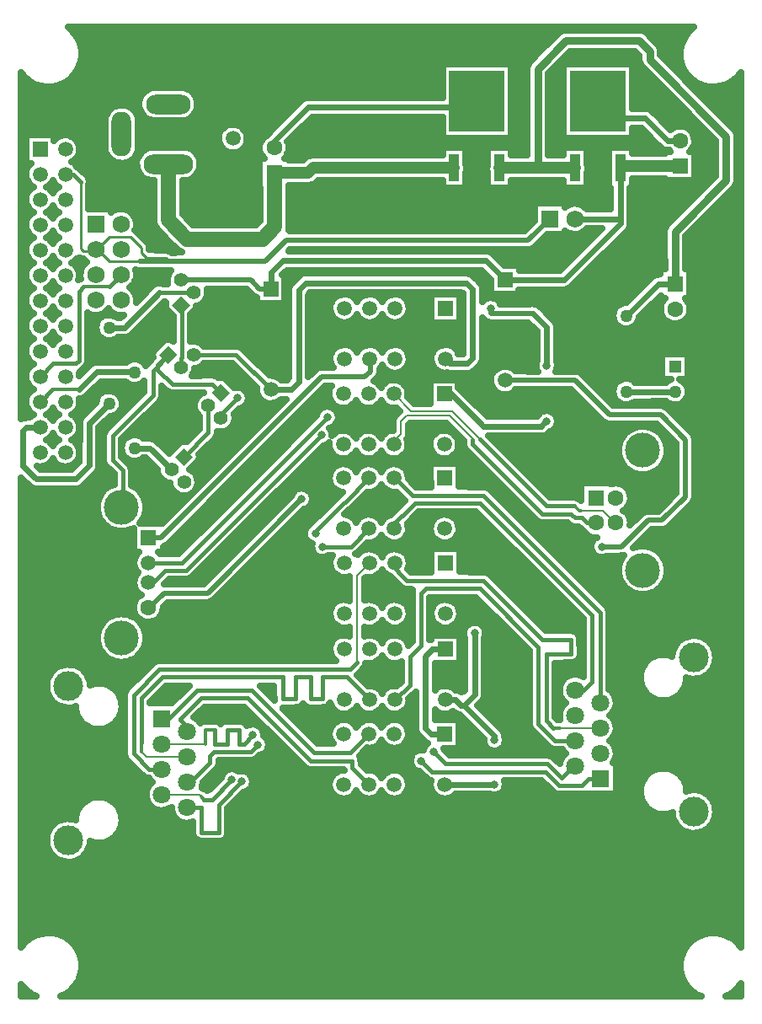
<source format=gbr>
G04 DipTrace 2.4.0.2*
%INTop.gbr*%
%MOMM*%
%ADD10C,0.254*%
%ADD14C,0.4*%
%ADD15C,0.178*%
%ADD16C,0.356*%
%ADD17C,0.203*%
%ADD19C,0.5*%
%ADD20C,0.6*%
%ADD21C,1.5*%
%ADD22C,1.2*%
%ADD23C,0.762*%
%ADD24C,0.35*%
%ADD27C,0.3*%
%ADD28C,0.508*%
%ADD29C,0.381*%
%ADD30C,0.406*%
%ADD31C,0.635*%
%ADD33R,1.0X2.75*%
%ADD34R,5.55X6.15*%
%ADD35R,1.6X1.6*%
%ADD36C,1.6*%
%ADD38R,1.5X1.5*%
%ADD39C,1.5*%
%ADD40C,1.27*%
%ADD41R,1.27X1.27*%
%ADD42R,1.8X1.8*%
%ADD43C,1.8*%
%ADD44C,3.0*%
%ADD45C,1.6*%
%ADD46C,3.5*%
%ADD47O,4.5X2.0*%
%ADD48O,5.0X2.0*%
%ADD49O,2.0X4.5*%
%ADD50R,1.75X1.75*%
%ADD51C,1.75*%
%ADD52C,1.4*%
%ADD53C,1.27*%
%ADD54C,0.8*%
%FSLAX53Y53*%
G04*
G71*
G90*
G75*
G01*
%LNTop*%
%LPD*%
X14950Y28700D2*
D14*
X15600D1*
X18500Y31600D1*
X24000D1*
X30250Y25350D1*
X33930D1*
X35780Y27200D1*
X17490Y27430D2*
Y27910D1*
X16800Y28600D1*
Y28700D1*
X18900Y30800D1*
X23600D1*
X29900Y24500D1*
X34100D1*
Y23800D1*
X35780Y22120D1*
X14950Y26160D2*
D15*
X14939Y26154D1*
X19300D1*
D16*
Y27600D1*
X20300D1*
D14*
Y26200D1*
X21500D1*
Y27600D1*
X22700D1*
Y26200D1*
X23200D1*
X24100Y27100D1*
X17490Y24890D2*
D15*
X13410D1*
X12900Y25400D1*
D16*
Y26300D1*
D14*
Y30800D1*
X15000Y32900D1*
X27100D1*
Y30700D1*
X28400D1*
Y32900D1*
X29900D1*
Y30700D1*
X31100D1*
Y32900D1*
X33550D1*
X35830Y30620D1*
X14950Y23620D2*
X13680D1*
X12100Y25200D1*
Y31100D1*
X14700Y33700D1*
X33900D1*
X34600Y34400D1*
D15*
Y43120D1*
X35830Y44350D1*
X17490Y22350D2*
D14*
X17850D1*
X19800Y24300D1*
Y25000D1*
X20200Y25400D1*
X23900D1*
X24600Y26100D1*
X14950Y21080D2*
D15*
X18720D1*
X18900Y20900D1*
D16*
X19200Y20600D1*
D14*
X20000D1*
X22000Y22600D1*
X30400Y47300D2*
Y47579D1*
X33178Y50357D1*
X33380Y50500D1*
X35780Y52900D1*
X17490Y19810D2*
X18934D1*
Y17300D1*
X20700D1*
Y20100D1*
X23000Y22400D1*
X31100Y46000D2*
X33960D1*
X35780Y47820D1*
X58600Y48400D2*
X57700D1*
X57200Y48900D1*
X56500D1*
X56100Y49300D1*
X53200D1*
X46200Y56300D1*
Y56700D1*
D17*
Y56900D1*
X43900Y59200D1*
X39600D1*
X39000Y58600D1*
Y57300D1*
X37970Y56270D1*
X38270D1*
X60600Y48400D2*
D15*
X60500D1*
X59300Y49600D1*
X57100D1*
D16*
X56900D1*
X56400Y50100D1*
D14*
X53600D1*
X46900Y56800D1*
D17*
X44100Y59600D1*
X40020D1*
X38270Y61350D1*
X13600Y42400D2*
D14*
X14100D1*
X15300Y43600D1*
X17400D1*
X31000Y57200D1*
X13600Y44400D2*
X17000D1*
X31600Y59000D1*
X13600Y46900D2*
D19*
X14850D1*
X31000Y63050D1*
X35350D1*
X35900Y63600D1*
Y64800D1*
X35830Y64870D1*
X13600Y39900D2*
X13700D1*
X15150Y41350D1*
X19550D1*
X29000Y50800D1*
X66550Y61550D2*
D20*
X61680D1*
X61650Y61580D1*
X67050Y86790D2*
X65810D1*
X63550Y89050D1*
X60480D1*
X58780Y90750D1*
X26250Y86090D2*
Y86750D1*
X29650Y90150D1*
X46030D1*
X46630Y90750D1*
X20893Y61463D2*
D14*
X20020Y62337D1*
X16003D1*
X14543Y63797D1*
Y64230D1*
X15590Y65277D1*
Y65247D1*
X14057Y63713D1*
Y61190D1*
X10003Y57137D1*
Y54700D1*
X11030Y53673D1*
Y50110D1*
X10890Y49970D1*
X15600Y84450D2*
D21*
Y78800D1*
X17500Y76900D1*
X22100D1*
X25050D1*
X26300Y78150D1*
Y83500D1*
D20*
X26250Y83550D1*
X44350Y84050D2*
D22*
X30150D1*
X29700Y83600D1*
X26300D1*
D20*
X26250Y83550D1*
X48910Y84050D2*
D22*
X52750D1*
X56500D1*
X66570Y72420D2*
D23*
Y77670D1*
X71700Y82800D1*
Y87250D1*
X64000Y94950D1*
Y95800D1*
X62950Y96850D1*
X55600D1*
X52750Y94000D1*
Y84050D1*
X61650Y69200D2*
D20*
X61700D1*
X64900Y72400D1*
X66550D1*
X66570Y72420D1*
X8300Y75860D2*
D10*
X8483D1*
X9703Y74640D1*
X12697D1*
D28*
X15737D1*
X25320D1*
X27463Y76783D1*
X51783D1*
X53950Y78950D1*
X8300Y75860D2*
D10*
X8410D1*
X9660Y77110D1*
X11797D1*
X12897Y76010D1*
Y75490D1*
X13383Y75003D1*
X15374D1*
X15737Y74640D1*
X5240Y83410D2*
D14*
X6033D1*
X6780Y82663D1*
D10*
Y75980D1*
X7027Y75733D1*
X8173D1*
X8300Y75860D1*
X10840Y73320D2*
D14*
Y73240D1*
X9700Y72100D1*
D27*
X7100D1*
D14*
X6600Y71600D1*
Y64700D1*
X6300Y64400D1*
X4010D1*
X2700Y63090D1*
X19623Y60193D2*
Y57470D1*
X17177Y55023D1*
X16860Y64007D2*
D29*
Y64923D1*
X16963Y65027D1*
Y70163D1*
D10*
X16877Y70250D1*
X18147Y71520D2*
D30*
X14720D1*
D20*
X11200Y68000D1*
X9650D1*
X49450Y62700D2*
D19*
X56500D1*
X59950Y59250D1*
X65100D1*
X67600Y56750D1*
Y51000D1*
X65250Y48650D1*
X63850D1*
X61200Y46000D1*
X59200D1*
X46400Y37300D2*
D20*
Y31200D1*
X45300Y30100D1*
X45000D1*
X44480Y30620D1*
X43450D1*
X43400Y22120D2*
X48400D1*
Y26550D2*
Y27000D1*
X45300Y30100D1*
X20893Y58923D2*
D14*
Y59263D1*
X22560Y60930D1*
X12200Y55900D2*
D20*
X13760D1*
X15907Y53753D1*
X25900Y61800D2*
X27950D1*
X28700Y62550D1*
Y71800D1*
X29400Y72500D1*
X45600D1*
X46200Y71900D1*
Y64900D1*
X45700Y64400D1*
X43920D1*
X43450Y64870D1*
X18130Y65277D2*
D14*
X22423D1*
X25900Y61800D1*
X59050Y22700D2*
X57900D1*
X57200Y22000D1*
X54900D1*
X53500Y23400D1*
X42120D1*
X41020Y24500D1*
X56510Y23970D2*
X56370D1*
X55150Y22750D1*
X53700Y24200D1*
X43500D1*
X42300Y25400D1*
X56510Y26510D2*
X54490D1*
X52800Y28200D1*
Y35900D1*
X46900Y41800D1*
X41500D1*
X41000Y41300D1*
Y36100D1*
X39900Y35000D1*
Y32100D1*
X38420Y30620D1*
X38370D1*
X59050Y27780D2*
D15*
X55020D1*
X55000Y27800D1*
D16*
X54300D1*
D14*
X53600Y28500D1*
Y35200D1*
X56100D1*
Y36700D1*
X53200D1*
X47300Y42600D1*
X39600D1*
X37850Y44350D1*
X38370D1*
X59050Y30320D2*
Y39400D1*
X47300Y51150D1*
X40150D1*
X38400Y52900D1*
X38320D1*
X56510Y31590D2*
X57390D1*
X58200Y32400D1*
Y39100D1*
X46900Y50400D1*
X40400D1*
X37820Y47820D1*
X38320D1*
X67050Y84250D2*
D22*
X61260D1*
D20*
X61060Y84050D1*
X49450Y72800D2*
X55400D1*
X61050Y78450D1*
Y78950D1*
Y84040D1*
X61060Y84050D1*
X25900Y71900D2*
Y73550D1*
X27100Y74750D1*
X47500D1*
X49450Y72800D1*
X48000Y69950D2*
D19*
Y69450D1*
X52250D1*
D20*
X53650Y68050D1*
Y64200D1*
Y58600D2*
D19*
X53150Y58100D1*
D20*
X47300D1*
X44050Y61350D1*
X43350D1*
X43450Y35700D2*
X42150D1*
X41450Y35000D1*
Y27750D1*
X42000Y27200D1*
X43400D1*
X56490Y78950D2*
X61050D1*
X16877Y72790D2*
D28*
X23867D1*
X24763Y71893D1*
X25893D1*
X25900Y71900D1*
X2700Y60550D2*
D14*
X3950Y61800D1*
D24*
X6650D1*
D20*
X8400Y63550D1*
X12170D1*
X12200Y63520D1*
X2700Y58010D2*
X1310D1*
X1000Y57700D1*
Y54100D1*
X2300Y52800D1*
X6300D1*
X7650Y54150D1*
Y58380D1*
X9650Y60380D1*
D54*
X24100Y27100D3*
X24600Y26100D3*
X22000Y22600D3*
X30400Y47300D3*
X23000Y22400D3*
X31100Y46000D3*
X31000Y57200D3*
X31600Y59000D3*
X29000Y50800D3*
X59200Y46000D3*
X46400Y37300D3*
X48400Y22120D3*
Y26550D3*
X22560Y60930D3*
X41020Y24500D3*
X42300Y25400D3*
X48000Y69950D3*
X53650Y64200D3*
Y58600D3*
X6242Y97543D2*
D31*
X54742D1*
X63809D2*
X67730D1*
X6629Y96911D2*
X54107D1*
X64444D2*
X67333D1*
X6847Y96279D2*
X53472D1*
X64999D2*
X67115D1*
X6936Y95648D2*
X52847D1*
X55950D2*
X62600D1*
X65118D2*
X67025D1*
X6907Y95016D2*
X52212D1*
X55315D2*
X62888D1*
X65485D2*
X67055D1*
X6748Y94385D2*
X43123D1*
X50136D2*
X51706D1*
X54690D2*
X55268D1*
X62291D2*
X63047D1*
X66120D2*
X67214D1*
X6440Y93753D2*
X43123D1*
X50136D2*
X51636D1*
X54055D2*
X55268D1*
X62291D2*
X63642D1*
X66755D2*
X67521D1*
X889Y93121D2*
X1184D1*
X5934D2*
X43123D1*
X50136D2*
X51636D1*
X53867D2*
X55268D1*
X62291D2*
X64277D1*
X67380D2*
X68027D1*
X72788D2*
X73114D1*
X889Y92490D2*
X2096D1*
X5012D2*
X43123D1*
X50136D2*
X51636D1*
X53867D2*
X55268D1*
X62291D2*
X64912D1*
X68015D2*
X68940D1*
X71875D2*
X73107D1*
X889Y91858D2*
X13388D1*
X17821D2*
X43123D1*
X50136D2*
X51636D1*
X53867D2*
X55268D1*
X62291D2*
X65537D1*
X68650D2*
X73107D1*
X889Y91226D2*
X12802D1*
X18396D2*
X43123D1*
X50136D2*
X51636D1*
X53867D2*
X55268D1*
X62291D2*
X66172D1*
X69276D2*
X73107D1*
X889Y90594D2*
X12624D1*
X18585D2*
X28657D1*
X50136D2*
X51636D1*
X53867D2*
X55268D1*
X62291D2*
X66807D1*
X69911D2*
X73107D1*
X889Y89963D2*
X9736D1*
X12056D2*
X12683D1*
X18515D2*
X28022D1*
X50136D2*
X51636D1*
X53867D2*
X55268D1*
X63947D2*
X67432D1*
X70546D2*
X73107D1*
X889Y89331D2*
X9290D1*
X12512D2*
X13040D1*
X18158D2*
X27387D1*
X50136D2*
X51636D1*
X53867D2*
X55268D1*
X64711D2*
X68067D1*
X71171D2*
X73107D1*
X889Y88700D2*
X9161D1*
X12632D2*
X26762D1*
X29638D2*
X43123D1*
X50136D2*
X51636D1*
X53867D2*
X55268D1*
X65337D2*
X68692D1*
X71806D2*
X73107D1*
X889Y88068D2*
X9161D1*
X12632D2*
X21097D1*
X23099D2*
X26127D1*
X29003D2*
X43123D1*
X50136D2*
X51636D1*
X53867D2*
X55268D1*
X62291D2*
X63096D1*
X65972D2*
X66251D1*
X67847D2*
X69327D1*
X72431D2*
X73107D1*
X889Y87436D2*
X9161D1*
X12632D2*
X20680D1*
X23516D2*
X25502D1*
X28378D2*
X43123D1*
X50136D2*
X51636D1*
X53867D2*
X55268D1*
X62291D2*
X63721D1*
X68432D2*
X69962D1*
X72798D2*
X73114D1*
X889Y86805D2*
X1213D1*
X6440D2*
X9161D1*
X12632D2*
X20631D1*
X23575D2*
X24897D1*
X27743D2*
X51636D1*
X53867D2*
X64356D1*
X68591D2*
X70587D1*
X72818D2*
X73116D1*
X889Y86173D2*
X1213D1*
X6708D2*
X9161D1*
X12632D2*
X20879D1*
X23317D2*
X24718D1*
X27782D2*
X51636D1*
X53867D2*
X64991D1*
X68452D2*
X70587D1*
X72818D2*
X73116D1*
X889Y85541D2*
X1213D1*
X6668D2*
X9300D1*
X12503D2*
X12764D1*
X18436D2*
X24818D1*
X27683D2*
X43114D1*
X45582D2*
X47678D1*
X50146D2*
X51636D1*
X53867D2*
X55268D1*
X57736D2*
X59822D1*
X62300D2*
X65517D1*
X68591D2*
X70587D1*
X72818D2*
X73116D1*
X889Y84909D2*
X1213D1*
X6272D2*
X9776D1*
X12026D2*
X12424D1*
X18773D2*
X24718D1*
X27782D2*
X29144D1*
X45582D2*
X47678D1*
X57736D2*
X59822D1*
X68591D2*
X70587D1*
X72818D2*
X73116D1*
X889Y84278D2*
X1511D1*
X6430D2*
X12376D1*
X18823D2*
X24718D1*
X45661D2*
X47598D1*
X57816D2*
X59822D1*
X68591D2*
X70587D1*
X72818D2*
X73116D1*
X889Y83646D2*
X1233D1*
X7095D2*
X12574D1*
X18634D2*
X24718D1*
X45622D2*
X47638D1*
X57766D2*
X59822D1*
X68591D2*
X70587D1*
X72818D2*
X73116D1*
X889Y83014D2*
X1273D1*
X7641D2*
X13179D1*
X18019D2*
X24718D1*
X45582D2*
X47678D1*
X57736D2*
X59822D1*
X68591D2*
X70359D1*
X72818D2*
X73116D1*
X889Y82383D2*
X1650D1*
X3751D2*
X4186D1*
X7671D2*
X14112D1*
X17086D2*
X24718D1*
X30134D2*
X43114D1*
X45582D2*
X47678D1*
X50146D2*
X55268D1*
X57736D2*
X59822D1*
X62300D2*
X69734D1*
X72728D2*
X73109D1*
X889Y81751D2*
X1521D1*
X7641D2*
X14112D1*
X17086D2*
X24818D1*
X27782D2*
X60010D1*
X62082D2*
X69099D1*
X72202D2*
X73107D1*
X889Y81120D2*
X1233D1*
X7641D2*
X14112D1*
X17086D2*
X24818D1*
X27782D2*
X60010D1*
X62082D2*
X68464D1*
X71577D2*
X73107D1*
X889Y80488D2*
X1263D1*
X7641D2*
X14112D1*
X17086D2*
X24818D1*
X27782D2*
X52341D1*
X55563D2*
X56250D1*
X56726D2*
X60010D1*
X62082D2*
X67839D1*
X70942D2*
X73107D1*
X889Y79856D2*
X1640D1*
X3761D2*
X4187D1*
X9913D2*
X10248D1*
X11431D2*
X14112D1*
X17086D2*
X24818D1*
X27782D2*
X52341D1*
X62082D2*
X67204D1*
X70307D2*
X73107D1*
X889Y79224D2*
X1531D1*
X3871D2*
X4071D1*
X12215D2*
X14112D1*
X17255D2*
X24818D1*
X27782D2*
X52341D1*
X62082D2*
X66569D1*
X69682D2*
X73107D1*
X889Y78593D2*
X1243D1*
X12443D2*
X14132D1*
X17880D2*
X24669D1*
X27782D2*
X52222D1*
X62082D2*
X65944D1*
X69047D2*
X73107D1*
X889Y77961D2*
X1263D1*
X12383D2*
X14390D1*
X27772D2*
X51587D1*
X57746D2*
X59117D1*
X61953D2*
X65497D1*
X68412D2*
X73107D1*
X889Y77329D2*
X1630D1*
X3771D2*
X4169D1*
X12770D2*
X14995D1*
X53708D2*
X58492D1*
X61368D2*
X65458D1*
X67787D2*
X73107D1*
X889Y76698D2*
X1541D1*
X3861D2*
X4084D1*
X13405D2*
X15630D1*
X53073D2*
X57857D1*
X60733D2*
X65458D1*
X67688D2*
X73107D1*
X889Y76066D2*
X1243D1*
X13763D2*
X16255D1*
X52438D2*
X57222D1*
X60108D2*
X65458D1*
X67688D2*
X73107D1*
X889Y75434D2*
X1263D1*
X48251D2*
X56597D1*
X59473D2*
X65458D1*
X67688D2*
X73107D1*
X889Y74803D2*
X1610D1*
X3791D2*
X4153D1*
X6331D2*
X7107D1*
X48886D2*
X55962D1*
X58838D2*
X65458D1*
X67688D2*
X73107D1*
X889Y74171D2*
X1551D1*
X3851D2*
X4097D1*
X6391D2*
X6948D1*
X50940D2*
X55327D1*
X58213D2*
X65458D1*
X67688D2*
X73107D1*
X889Y73539D2*
X1243D1*
X12433D2*
X15660D1*
X27326D2*
X47271D1*
X57578D2*
X65031D1*
X68105D2*
X73107D1*
X889Y72908D2*
X1253D1*
X12393D2*
X15441D1*
X27385D2*
X28370D1*
X46634D2*
X47906D1*
X56943D2*
X63969D1*
X68105D2*
X73107D1*
X889Y72276D2*
X1600D1*
X3801D2*
X4137D1*
X12046D2*
X14042D1*
X27385D2*
X27784D1*
X47160D2*
X47965D1*
X56318D2*
X63334D1*
X68105D2*
X73107D1*
X889Y71645D2*
X1561D1*
X3841D2*
X4111D1*
X12185D2*
X13407D1*
X19577D2*
X23637D1*
X27385D2*
X27665D1*
X47239D2*
X47965D1*
X50940D2*
X62709D1*
X68105D2*
X73107D1*
X889Y71013D2*
X1243D1*
X12433D2*
X12770D1*
X19488D2*
X24411D1*
X27385D2*
X27665D1*
X29737D2*
X32279D1*
X34301D2*
X34819D1*
X36841D2*
X37359D1*
X39381D2*
X41963D1*
X44937D2*
X45168D1*
X47239D2*
X47797D1*
X48210D2*
X62074D1*
X68105D2*
X73107D1*
X889Y70381D2*
X1253D1*
X15023D2*
X15257D1*
X18972D2*
X27665D1*
X29737D2*
X31872D1*
X39788D2*
X41963D1*
X44937D2*
X45168D1*
X49045D2*
X51904D1*
X52594D2*
X61023D1*
X64325D2*
X65120D1*
X68015D2*
X73107D1*
X889Y69749D2*
X1590D1*
X3811D2*
X4121D1*
X14388D2*
X15461D1*
X18287D2*
X27665D1*
X29737D2*
X31822D1*
X39837D2*
X41963D1*
X44937D2*
X45168D1*
X53391D2*
X60397D1*
X63690D2*
X65041D1*
X68105D2*
X73107D1*
X889Y69118D2*
X1581D1*
X3821D2*
X4123D1*
X7532D2*
X8913D1*
X10389D2*
X10877D1*
X13753D2*
X16037D1*
X17890D2*
X27665D1*
X29737D2*
X32070D1*
X39589D2*
X41963D1*
X44937D2*
X45168D1*
X54026D2*
X60278D1*
X63054D2*
X65249D1*
X67896D2*
X73107D1*
X889Y68486D2*
X1253D1*
X7532D2*
X8377D1*
X13128D2*
X16037D1*
X17890D2*
X27665D1*
X29737D2*
X45167D1*
X47239D2*
X51775D1*
X54581D2*
X60487D1*
X62806D2*
X66033D1*
X67113D2*
X73107D1*
X889Y67855D2*
X1253D1*
X7532D2*
X8288D1*
X12493D2*
X16037D1*
X17890D2*
X27665D1*
X29737D2*
X45167D1*
X47239D2*
X52410D1*
X54690D2*
X73107D1*
X889Y67223D2*
X1571D1*
X3821D2*
X4123D1*
X7532D2*
X8536D1*
X11848D2*
X16037D1*
X17890D2*
X27665D1*
X29737D2*
X45167D1*
X47239D2*
X52619D1*
X54690D2*
X73107D1*
X889Y66591D2*
X1590D1*
X3811D2*
X4121D1*
X7532D2*
X14985D1*
X18585D2*
X27665D1*
X29737D2*
X45167D1*
X47239D2*
X52619D1*
X54690D2*
X73107D1*
X889Y65960D2*
X1253D1*
X7532D2*
X14360D1*
X23030D2*
X27665D1*
X29737D2*
X32309D1*
X34271D2*
X34849D1*
X36811D2*
X37389D1*
X39351D2*
X42469D1*
X44431D2*
X45167D1*
X47239D2*
X52619D1*
X54690D2*
X73107D1*
X889Y65328D2*
X1243D1*
X7532D2*
X13953D1*
X23675D2*
X27665D1*
X29737D2*
X31882D1*
X39778D2*
X42042D1*
X47239D2*
X52619D1*
X54690D2*
X65180D1*
X67916D2*
X73107D1*
X889Y64696D2*
X1561D1*
X7532D2*
X11562D1*
X12830D2*
X13745D1*
X24300D2*
X27665D1*
X29737D2*
X31812D1*
X39847D2*
X41972D1*
X47219D2*
X52619D1*
X54690D2*
X65180D1*
X67916D2*
X73107D1*
X889Y64064D2*
X1600D1*
X7264D2*
X7470D1*
X18833D2*
X22337D1*
X24935D2*
X27665D1*
X29737D2*
X32051D1*
X39609D2*
X42211D1*
X46802D2*
X48987D1*
X49918D2*
X52519D1*
X54780D2*
X65180D1*
X67916D2*
X73107D1*
X889Y63433D2*
X1253D1*
X18168D2*
X22972D1*
X25560D2*
X27665D1*
X29737D2*
X30017D1*
X36871D2*
X43758D1*
X45870D2*
X48164D1*
X57121D2*
X65180D1*
X67916D2*
X73107D1*
X889Y62801D2*
X1243D1*
X21472D2*
X23597D1*
X26979D2*
X27516D1*
X36474D2*
X47965D1*
X57766D2*
X61122D1*
X62181D2*
X65180D1*
X67916D2*
X73107D1*
X889Y62169D2*
X1551D1*
X8454D2*
X13120D1*
X22097D2*
X24232D1*
X39500D2*
X41863D1*
X44838D2*
X48065D1*
X58401D2*
X60417D1*
X67767D2*
X73107D1*
X889Y61538D2*
X1610D1*
X7829D2*
X8982D1*
X10320D2*
X13110D1*
X14993D2*
X15590D1*
X23506D2*
X24441D1*
X30858D2*
X31713D1*
X39748D2*
X41863D1*
X45304D2*
X48571D1*
X50335D2*
X56290D1*
X59026D2*
X60278D1*
X67916D2*
X73107D1*
X889Y60906D2*
X1263D1*
X7095D2*
X8387D1*
X10915D2*
X12475D1*
X14943D2*
X18388D1*
X23694D2*
X24728D1*
X30223D2*
X31773D1*
X39877D2*
X41863D1*
X45929D2*
X56925D1*
X59661D2*
X60467D1*
X67748D2*
X73107D1*
X889Y60274D2*
X1243D1*
X6698D2*
X8109D1*
X11014D2*
X11840D1*
X14437D2*
X18190D1*
X23476D2*
X26852D1*
X29588D2*
X32199D1*
X34182D2*
X34739D1*
X36722D2*
X37279D1*
X46564D2*
X57560D1*
X60296D2*
X66202D1*
X66901D2*
X73107D1*
X889Y59643D2*
X1541D1*
X3861D2*
X4084D1*
X6401D2*
X7474D1*
X10796D2*
X11213D1*
X13802D2*
X18299D1*
X22573D2*
X26226D1*
X28963D2*
X30681D1*
X32525D2*
X38817D1*
X47199D2*
X53333D1*
X53966D2*
X58185D1*
X66071D2*
X73107D1*
X889Y59011D2*
X1630D1*
X3771D2*
X4169D1*
X6311D2*
X6849D1*
X9724D2*
X10580D1*
X13177D2*
X18686D1*
X22325D2*
X25591D1*
X28328D2*
X30314D1*
X32733D2*
X38282D1*
X54700D2*
X58820D1*
X66706D2*
X73107D1*
X9089Y58380D2*
X9945D1*
X12542D2*
X18686D1*
X22216D2*
X24957D1*
X27693D2*
X29679D1*
X32535D2*
X38163D1*
X39937D2*
X43560D1*
X54760D2*
X59584D1*
X67341D2*
X73107D1*
X8683Y57748D2*
X9320D1*
X11907D2*
X18607D1*
X21670D2*
X24331D1*
X27068D2*
X29054D1*
X31989D2*
X38163D1*
X39837D2*
X44195D1*
X54363D2*
X62005D1*
X64622D2*
X65229D1*
X67966D2*
X73107D1*
X3871Y57116D2*
X4071D1*
X6411D2*
X6611D1*
X8683D2*
X9072D1*
X11282D2*
X11661D1*
X12741D2*
X17971D1*
X20480D2*
X23696D1*
X26433D2*
X28419D1*
X39817D2*
X42141D1*
X44560D2*
X44830D1*
X47884D2*
X61300D1*
X65317D2*
X65864D1*
X68512D2*
X73107D1*
X3761Y56484D2*
X4187D1*
X6301D2*
X6610D1*
X8683D2*
X9072D1*
X14616D2*
X16741D1*
X19934D2*
X23061D1*
X25798D2*
X27784D1*
X39738D2*
X41883D1*
X44818D2*
X45267D1*
X48509D2*
X60963D1*
X65654D2*
X66499D1*
X68591D2*
X73107D1*
X8683Y55853D2*
X9072D1*
X15251D2*
X16096D1*
X19299D2*
X22436D1*
X25173D2*
X27159D1*
X30947D2*
X31763D1*
X39698D2*
X41923D1*
X44778D2*
X45386D1*
X49144D2*
X60834D1*
X65793D2*
X66618D1*
X68591D2*
X73107D1*
X8683Y55221D2*
X9072D1*
X18783D2*
X21801D1*
X24538D2*
X26524D1*
X30322D2*
X32170D1*
X34212D2*
X34710D1*
X36752D2*
X37250D1*
X39292D2*
X42330D1*
X44372D2*
X45981D1*
X49779D2*
X60864D1*
X65753D2*
X66618D1*
X68591D2*
X73107D1*
X6420Y54590D2*
X6614D1*
X8683D2*
X9072D1*
X11411D2*
X13636D1*
X18654D2*
X21166D1*
X23903D2*
X25889D1*
X29687D2*
X46616D1*
X50404D2*
X61082D1*
X65545D2*
X66618D1*
X68591D2*
X73107D1*
X2581Y53958D2*
X6016D1*
X8663D2*
X9449D1*
X11917D2*
X14261D1*
X18029D2*
X20541D1*
X23278D2*
X25264D1*
X29052D2*
X32229D1*
X34251D2*
X34769D1*
X36791D2*
X37309D1*
X39331D2*
X41913D1*
X44888D2*
X47241D1*
X51039D2*
X61529D1*
X65088D2*
X66618D1*
X68591D2*
X73107D1*
X8266Y53326D2*
X10084D1*
X11967D2*
X14539D1*
X18327D2*
X19906D1*
X22643D2*
X24629D1*
X28427D2*
X31822D1*
X39738D2*
X41913D1*
X44888D2*
X47876D1*
X51674D2*
X62630D1*
X63987D2*
X66618D1*
X68591D2*
X73107D1*
X7631Y52695D2*
X10094D1*
X11967D2*
X14965D1*
X18595D2*
X19281D1*
X22018D2*
X23994D1*
X27792D2*
X31773D1*
X39907D2*
X41913D1*
X44888D2*
X48511D1*
X52299D2*
X66618D1*
X68591D2*
X73107D1*
X889Y52063D2*
X1600D1*
X6996D2*
X9607D1*
X12175D2*
X15809D1*
X21383D2*
X23369D1*
X27157D2*
X32031D1*
X40532D2*
X41913D1*
X44888D2*
X49136D1*
X52934D2*
X57064D1*
X61566D2*
X66618D1*
X68591D2*
X73107D1*
X889Y51431D2*
X8893D1*
X12889D2*
X16235D1*
X20748D2*
X22734D1*
X26532D2*
X28072D1*
X29935D2*
X33013D1*
X35611D2*
X38569D1*
X48321D2*
X49771D1*
X53569D2*
X57064D1*
X62033D2*
X66618D1*
X68591D2*
X73107D1*
X889Y50800D2*
X8546D1*
X13227D2*
X17386D1*
X20123D2*
X22099D1*
X25897D2*
X27635D1*
X30134D2*
X32319D1*
X34976D2*
X39204D1*
X48946D2*
X50406D1*
X62132D2*
X66033D1*
X68561D2*
X73107D1*
X889Y50168D2*
X8417D1*
X13366D2*
X16751D1*
X19488D2*
X21474D1*
X25262D2*
X27000D1*
X29925D2*
X31693D1*
X34341D2*
X38867D1*
X49581D2*
X51031D1*
X61943D2*
X65398D1*
X68135D2*
X73107D1*
X889Y49536D2*
X8447D1*
X13336D2*
X16116D1*
X18853D2*
X20839D1*
X24637D2*
X26365D1*
X29102D2*
X31058D1*
X33656D2*
X38242D1*
X50216D2*
X51666D1*
X61596D2*
X63533D1*
X67499D2*
X73107D1*
X889Y48905D2*
X8655D1*
X13128D2*
X15491D1*
X18227D2*
X20204D1*
X24002D2*
X25740D1*
X28477D2*
X30423D1*
X34222D2*
X34799D1*
X36762D2*
X37339D1*
X40204D2*
X42419D1*
X44382D2*
X47102D1*
X50841D2*
X52301D1*
X62042D2*
X62739D1*
X66874D2*
X73107D1*
X889Y48273D2*
X9101D1*
X17592D2*
X19579D1*
X23367D2*
X25105D1*
X27842D2*
X29798D1*
X39728D2*
X41992D1*
X44808D2*
X47727D1*
X51476D2*
X55833D1*
X66239D2*
X73107D1*
X889Y47641D2*
X10163D1*
X11620D2*
X12068D1*
X16957D2*
X18944D1*
X22742D2*
X24470D1*
X27207D2*
X29322D1*
X39798D2*
X41923D1*
X44878D2*
X48362D1*
X52111D2*
X57203D1*
X64205D2*
X73107D1*
X889Y47010D2*
X12068D1*
X16332D2*
X18309D1*
X22107D2*
X23845D1*
X26582D2*
X29302D1*
X39550D2*
X42171D1*
X44630D2*
X48997D1*
X52736D2*
X58056D1*
X63580D2*
X73107D1*
X889Y46378D2*
X12068D1*
X15697D2*
X17684D1*
X21472D2*
X23210D1*
X25947D2*
X29788D1*
X35630D2*
X49622D1*
X53371D2*
X58135D1*
X62945D2*
X73107D1*
X889Y45746D2*
X12068D1*
X15132D2*
X17049D1*
X20847D2*
X22575D1*
X25312D2*
X29997D1*
X35005D2*
X35494D1*
X36166D2*
X38034D1*
X38706D2*
X41963D1*
X44937D2*
X50257D1*
X54006D2*
X58096D1*
X64553D2*
X73107D1*
X889Y45114D2*
X12306D1*
X20212D2*
X21950D1*
X24687D2*
X30433D1*
X31771D2*
X32031D1*
X39629D2*
X41963D1*
X44937D2*
X50892D1*
X54631D2*
X58532D1*
X65287D2*
X73107D1*
X889Y44483D2*
X12118D1*
X19577D2*
X21315D1*
X24052D2*
X31812D1*
X39847D2*
X41963D1*
X44937D2*
X51517D1*
X55266D2*
X60983D1*
X65644D2*
X73107D1*
X889Y43851D2*
X12227D1*
X18952D2*
X20680D1*
X23417D2*
X31892D1*
X39768D2*
X41963D1*
X44937D2*
X52152D1*
X55901D2*
X60834D1*
X65783D2*
X73107D1*
X889Y43220D2*
X12376D1*
X18317D2*
X20055D1*
X22792D2*
X32358D1*
X36762D2*
X37438D1*
X47973D2*
X52787D1*
X56526D2*
X60864D1*
X65763D2*
X73107D1*
X889Y42588D2*
X12127D1*
X15588D2*
X19420D1*
X22157D2*
X33777D1*
X35422D2*
X38311D1*
X48608D2*
X53412D1*
X57161D2*
X61062D1*
X65565D2*
X73107D1*
X889Y41956D2*
X12187D1*
X21522D2*
X33777D1*
X35422D2*
X38946D1*
X49243D2*
X54047D1*
X57796D2*
X61499D1*
X65128D2*
X73107D1*
X889Y41325D2*
X12604D1*
X20896D2*
X33777D1*
X35422D2*
X40068D1*
X49868D2*
X54682D1*
X58421D2*
X62501D1*
X64116D2*
X73107D1*
X889Y40693D2*
X12296D1*
X20261D2*
X33777D1*
X35422D2*
X40068D1*
X41941D2*
X46705D1*
X50503D2*
X55308D1*
X59056D2*
X73107D1*
X889Y40061D2*
X12068D1*
X15231D2*
X32041D1*
X39619D2*
X40068D1*
X41941D2*
X42211D1*
X44699D2*
X47340D1*
X51138D2*
X55942D1*
X59691D2*
X73107D1*
X889Y39429D2*
X12137D1*
X15062D2*
X31812D1*
X39847D2*
X40061D1*
X44927D2*
X47975D1*
X51763D2*
X56578D1*
X59989D2*
X73107D1*
X889Y38798D2*
X9409D1*
X12364D2*
X12559D1*
X14636D2*
X31882D1*
X39778D2*
X40064D1*
X44858D2*
X48600D1*
X52398D2*
X57203D1*
X59989D2*
X73107D1*
X889Y38166D2*
X8804D1*
X12979D2*
X32328D1*
X36791D2*
X37408D1*
X39331D2*
X40068D1*
X41941D2*
X42488D1*
X44411D2*
X45703D1*
X47100D2*
X49235D1*
X53033D2*
X57262D1*
X59989D2*
X73107D1*
X889Y37535D2*
X8506D1*
X13267D2*
X33777D1*
X35422D2*
X40068D1*
X41941D2*
X45286D1*
X47507D2*
X49870D1*
X56417D2*
X57262D1*
X59989D2*
X73107D1*
X889Y36903D2*
X8407D1*
X13376D2*
X32467D1*
X36652D2*
X37547D1*
X39192D2*
X40068D1*
X44937D2*
X45336D1*
X47457D2*
X50495D1*
X57012D2*
X57259D1*
X59989D2*
X67571D1*
X69335D2*
X73107D1*
X889Y36271D2*
X8466D1*
X13306D2*
X31922D1*
X44937D2*
X45366D1*
X47437D2*
X51130D1*
X57032D2*
X57260D1*
X59989D2*
X66708D1*
X70188D2*
X73107D1*
X889Y35639D2*
X8714D1*
X13068D2*
X31803D1*
X44937D2*
X45366D1*
X47437D2*
X51765D1*
X57032D2*
X57260D1*
X59989D2*
X66351D1*
X70555D2*
X73107D1*
X889Y35008D2*
X9230D1*
X12552D2*
X31981D1*
X44937D2*
X45366D1*
X47437D2*
X51865D1*
X57012D2*
X57259D1*
X59989D2*
X64455D1*
X70684D2*
X73107D1*
X889Y34376D2*
X14082D1*
X36414D2*
X37785D1*
X44937D2*
X45366D1*
X47437D2*
X51865D1*
X56447D2*
X57262D1*
X59989D2*
X63582D1*
X70625D2*
X73107D1*
X889Y33744D2*
X4190D1*
X6907D2*
X13447D1*
X35244D2*
X38966D1*
X42486D2*
X45366D1*
X47437D2*
X51865D1*
X54532D2*
X57262D1*
X59989D2*
X63195D1*
X70357D2*
X73107D1*
X889Y33113D2*
X3624D1*
X7482D2*
X12812D1*
X34638D2*
X38966D1*
X42486D2*
X45366D1*
X47437D2*
X51865D1*
X54532D2*
X56052D1*
X56962D2*
X57270D1*
X59989D2*
X63027D1*
X69762D2*
X73107D1*
X889Y32481D2*
X3366D1*
X7730D2*
X12187D1*
X35263D2*
X38966D1*
X42486D2*
X45366D1*
X47437D2*
X51865D1*
X54532D2*
X55149D1*
X59989D2*
X63047D1*
X67757D2*
X73107D1*
X889Y31849D2*
X3317D1*
X10022D2*
X11552D1*
X15251D2*
X17456D1*
X25044D2*
X26167D1*
X36613D2*
X37587D1*
X44233D2*
X45366D1*
X47437D2*
X51865D1*
X54532D2*
X54891D1*
X59989D2*
X63245D1*
X67549D2*
X73107D1*
X889Y31218D2*
X3456D1*
X10617D2*
X11175D1*
X14616D2*
X16821D1*
X25679D2*
X26167D1*
X47437D2*
X51865D1*
X54532D2*
X54921D1*
X60405D2*
X63701D1*
X67103D2*
X73107D1*
X889Y30586D2*
X3833D1*
X10905D2*
X11160D1*
X13981D2*
X16186D1*
X39857D2*
X40415D1*
X47219D2*
X51865D1*
X54532D2*
X55238D1*
X60663D2*
X64872D1*
X65922D2*
X73107D1*
X889Y29954D2*
X4756D1*
X28913D2*
X29382D1*
X31612D2*
X31971D1*
X39688D2*
X40415D1*
X46882D2*
X51865D1*
X54532D2*
X55159D1*
X60643D2*
X73107D1*
X889Y29323D2*
X6303D1*
X10895D2*
X11158D1*
X18724D2*
X23776D1*
X27574D2*
X32646D1*
X33934D2*
X35186D1*
X36474D2*
X37726D1*
X39014D2*
X40415D1*
X42486D2*
X42802D1*
X44094D2*
X44358D1*
X47517D2*
X51865D1*
X54532D2*
X54901D1*
X60326D2*
X73107D1*
X889Y28691D2*
X6601D1*
X10598D2*
X11165D1*
X18495D2*
X24411D1*
X28209D2*
X40415D1*
X42486D2*
X45267D1*
X48152D2*
X51865D1*
X54710D2*
X54915D1*
X60395D2*
X73107D1*
X889Y28059D2*
X7216D1*
X9982D2*
X11165D1*
X24647D2*
X25046D1*
X28834D2*
X32041D1*
X39520D2*
X40415D1*
X44888D2*
X45902D1*
X48777D2*
X51875D1*
X60663D2*
X73107D1*
X889Y27428D2*
X11165D1*
X25183D2*
X25671D1*
X29469D2*
X31773D1*
X39788D2*
X40464D1*
X44888D2*
X46537D1*
X49333D2*
X52271D1*
X60643D2*
X73107D1*
X889Y26796D2*
X11165D1*
X25480D2*
X26306D1*
X30104D2*
X31812D1*
X39748D2*
X40960D1*
X44888D2*
X47162D1*
X49511D2*
X52906D1*
X60336D2*
X73107D1*
X889Y26165D2*
X11165D1*
X25738D2*
X26941D1*
X36821D2*
X37279D1*
X39361D2*
X41486D1*
X44888D2*
X47340D1*
X49462D2*
X53541D1*
X60386D2*
X73107D1*
X889Y25533D2*
X11165D1*
X25570D2*
X27566D1*
X35412D2*
X40663D1*
X43469D2*
X47995D1*
X48807D2*
X55218D1*
X60663D2*
X73107D1*
X889Y24901D2*
X11215D1*
X24697D2*
X28201D1*
X34936D2*
X39958D1*
X54284D2*
X55179D1*
X60653D2*
X73107D1*
X889Y24270D2*
X11731D1*
X20738D2*
X28836D1*
X35035D2*
X39909D1*
X60683D2*
X73107D1*
X889Y23638D2*
X12366D1*
X20440D2*
X21662D1*
X22335D2*
X29699D1*
X35561D2*
X40316D1*
X60683D2*
X64624D1*
X66180D2*
X73107D1*
X889Y23006D2*
X13001D1*
X19805D2*
X20948D1*
X23952D2*
X32061D1*
X39500D2*
X41218D1*
X60683D2*
X63632D1*
X67162D2*
X73107D1*
X889Y22375D2*
X13923D1*
X19170D2*
X20482D1*
X24131D2*
X31773D1*
X39788D2*
X41933D1*
X49501D2*
X53224D1*
X60683D2*
X63215D1*
X67579D2*
X73107D1*
X889Y21743D2*
X13457D1*
X19160D2*
X19847D1*
X23913D2*
X31803D1*
X39758D2*
X41963D1*
X49471D2*
X53859D1*
X60683D2*
X63037D1*
X67767D2*
X73107D1*
X889Y21111D2*
X13318D1*
X23010D2*
X32170D1*
X34311D2*
X34709D1*
X36851D2*
X37249D1*
X39391D2*
X42330D1*
X44471D2*
X47975D1*
X48827D2*
X63037D1*
X69851D2*
X73107D1*
X889Y20479D2*
X7266D1*
X9933D2*
X13437D1*
X22375D2*
X63215D1*
X70397D2*
X73107D1*
X889Y19848D2*
X6621D1*
X10578D2*
X13913D1*
X21750D2*
X63642D1*
X70635D2*
X73107D1*
X889Y19216D2*
X6313D1*
X10885D2*
X15967D1*
X21641D2*
X64644D1*
X70675D2*
X73107D1*
X889Y18585D2*
X4845D1*
X10984D2*
X16444D1*
X21641D2*
X66370D1*
X70526D2*
X73107D1*
X889Y17953D2*
X3863D1*
X10905D2*
X18001D1*
X21641D2*
X66767D1*
X70139D2*
X73107D1*
X889Y17321D2*
X3476D1*
X10637D2*
X18001D1*
X21641D2*
X67759D1*
X69147D2*
X73107D1*
X889Y16689D2*
X3317D1*
X10062D2*
X18249D1*
X21383D2*
X73107D1*
X889Y16058D2*
X3357D1*
X7740D2*
X73107D1*
X889Y15426D2*
X3605D1*
X7492D2*
X73107D1*
X889Y14794D2*
X4150D1*
X6946D2*
X73107D1*
X889Y14163D2*
X73107D1*
X889Y13531D2*
X73107D1*
X889Y12900D2*
X73107D1*
X889Y12268D2*
X73107D1*
X889Y11636D2*
X73107D1*
X889Y11005D2*
X73107D1*
X889Y10373D2*
X73107D1*
X889Y9741D2*
X73107D1*
X889Y9109D2*
X73107D1*
X889Y8478D2*
X73107D1*
X889Y7846D2*
X73107D1*
X889Y7215D2*
X3168D1*
X3950D2*
X70051D1*
X70754D2*
X73107D1*
X889Y6583D2*
X1531D1*
X5597D2*
X68375D1*
X72431D2*
X73107D1*
X6242Y5951D2*
X67720D1*
X6629Y5320D2*
X67333D1*
X6847Y4688D2*
X67105D1*
X6936Y4056D2*
X67015D1*
X6907Y3424D2*
X67055D1*
X6748Y2793D2*
X67204D1*
X6450Y2161D2*
X67511D1*
X889Y1530D2*
X1184D1*
X5934D2*
X68017D1*
X72778D2*
X73113D1*
X889Y898D2*
X2096D1*
X5021D2*
X68930D1*
X71865D2*
X73107D1*
X55645Y86098D2*
X57673D1*
Y84540D1*
X57769Y84144D1*
X57753Y83828D1*
X57674Y83573D1*
X57673Y82002D1*
X55327D1*
Y82786D1*
X53960Y82777D1*
X50081D1*
X50083Y82002D1*
X47737D1*
Y83560D1*
X47641Y83956D1*
X47657Y84272D1*
X47736Y84527D1*
X47737Y86098D1*
X50083D1*
Y85314D1*
X51450Y85323D1*
X51698D1*
X51696Y94000D1*
X51744Y94313D1*
X51915Y94643D1*
X52903Y95643D1*
X54855Y97595D1*
X55109Y97783D1*
X55464Y97895D1*
X56870Y97904D1*
X62950D1*
X63263Y97856D1*
X63593Y97685D1*
X64745Y96545D1*
X64933Y96291D1*
X65045Y95936D1*
X65054Y95393D1*
X72445Y87995D1*
X72633Y87741D1*
X72745Y87386D1*
X72754Y85980D1*
Y82800D1*
X72706Y82487D1*
X72535Y82157D1*
X71547Y81157D1*
X67625Y77235D1*
X67624Y73890D1*
X68043Y73893D1*
Y70947D1*
X67577D1*
X67717Y70805D1*
X67888Y70538D1*
X67998Y70241D1*
X68043Y69880D1*
X68009Y69565D1*
X67908Y69264D1*
X67746Y68992D1*
X67528Y68762D1*
X67267Y68582D1*
X66973Y68463D1*
X66661Y68410D1*
X66344Y68424D1*
X66038Y68506D1*
X65757Y68652D1*
X65513Y68854D1*
X65318Y69104D1*
X65181Y69390D1*
X65108Y69698D1*
X65103Y70015D1*
X65166Y70326D1*
X65294Y70616D1*
X65481Y70872D1*
X65562Y70944D1*
X65097Y70947D1*
Y71215D1*
X62957Y69081D1*
X62920Y68886D1*
X62807Y68590D1*
X62626Y68329D1*
X62388Y68120D1*
X62107Y67975D1*
X61799Y67901D1*
X61482Y67903D1*
X61176Y67981D1*
X60896Y68131D1*
X60662Y68343D1*
X60485Y68606D1*
X60376Y68904D1*
X60342Y69219D1*
X60385Y69532D1*
X60502Y69827D1*
X60686Y70084D1*
X60927Y70290D1*
X61210Y70432D1*
X61519Y70501D1*
X61628Y70499D1*
X64212Y73088D1*
X64469Y73272D1*
X64781Y73364D1*
X65088Y73373D1*
X65097Y73893D1*
X65524D1*
X65516Y75913D1*
Y77670D1*
X65564Y77983D1*
X65735Y78313D1*
X66723Y79313D1*
X70645Y83235D1*
X70646Y86818D1*
X63255Y94205D1*
X63067Y94459D1*
X62955Y94814D1*
X62946Y95357D1*
X62518Y95791D1*
X56034Y95796D1*
X53798Y93558D1*
X53804Y87015D1*
Y85318D1*
X55320Y85323D1*
X55327Y86098D1*
X55645D1*
X23488Y86685D2*
X23384Y86386D1*
X23216Y86117D1*
X22993Y85892D1*
X22725Y85722D1*
X22427Y85615D1*
X22113Y85577D1*
X21797Y85610D1*
X21497Y85711D1*
X21227Y85876D1*
X21000Y86097D1*
X20828Y86363D1*
X20718Y86661D1*
X20677Y86975D1*
X20707Y87290D1*
X20806Y87591D1*
X20969Y87863D1*
X21188Y88092D1*
X21452Y88267D1*
X21748Y88379D1*
X22062Y88422D1*
X22378Y88396D1*
X22680Y88299D1*
X22953Y88139D1*
X23184Y87922D1*
X23361Y87659D1*
X23476Y87364D1*
X23523Y87000D1*
X23488Y86685D1*
X67820Y61236D2*
X67707Y60940D1*
X67526Y60679D1*
X67288Y60470D1*
X67007Y60325D1*
X66699Y60251D1*
X66382Y60253D1*
X66076Y60331D1*
X65796Y60481D1*
X65686Y60581D1*
X62492Y60577D1*
X62107Y60355D1*
X61799Y60281D1*
X61482Y60283D1*
X61176Y60361D1*
X60896Y60511D1*
X60662Y60723D1*
X60485Y60986D1*
X60376Y61284D1*
X60342Y61599D1*
X60385Y61912D1*
X60502Y62207D1*
X60686Y62464D1*
X60927Y62670D1*
X61210Y62812D1*
X61519Y62881D1*
X61836Y62875D1*
X62142Y62792D1*
X62419Y62638D1*
X62542Y62524D1*
X65678Y62523D1*
X65827Y62640D1*
X66120Y62784D1*
X65242Y62782D1*
Y65398D1*
X67858D1*
Y62782D1*
X66995D1*
X67319Y62608D1*
X67550Y62392D1*
X67724Y62127D1*
X67828Y61828D1*
X67858Y61550D1*
X67820Y61236D1*
X49406Y74223D2*
X50873D1*
Y73776D1*
X54996Y73773D1*
X59195Y77971D1*
X57687Y77977D1*
X57545Y77818D1*
X57293Y77627D1*
X57006Y77491D1*
X56698Y77416D1*
X56382Y77406D1*
X56069Y77460D1*
X55775Y77577D1*
X55503Y77759D1*
X55498Y77402D1*
X53707Y77397D1*
X52439Y76128D1*
X52181Y75946D1*
X51838Y75858D1*
X27842Y75856D1*
X27735Y75723D1*
X47500D1*
X47812Y75672D1*
X48098Y75516D1*
X48637Y74989D1*
X49402Y74224D1*
X50531Y61782D2*
X50343Y61592D1*
X50075Y61422D1*
X49777Y61315D1*
X49463Y61277D1*
X49147Y61310D1*
X48847Y61411D1*
X48577Y61576D1*
X48350Y61797D1*
X48178Y62063D1*
X48068Y62361D1*
X48027Y62675D1*
X48057Y62990D1*
X48156Y63291D1*
X48319Y63563D1*
X48538Y63792D1*
X48802Y63967D1*
X49098Y64079D1*
X49412Y64122D1*
X49728Y64096D1*
X50030Y63999D1*
X50303Y63839D1*
X50527Y63629D1*
X52754Y63623D1*
X52697Y63706D1*
X52595Y64005D1*
X52584Y64322D1*
X52681Y64652D1*
X52677Y67643D1*
X51790Y68534D1*
X48123Y68527D1*
X47689Y68581D1*
X47414Y68737D1*
X47204Y68986D1*
X47309Y68841D1*
X47173Y68725D1*
Y64900D1*
X47122Y64588D1*
X46966Y64302D1*
X46439Y63763D1*
X46131Y63528D1*
X45819Y63436D1*
X45065Y63427D1*
X43910Y63429D1*
X43666Y63462D1*
X43463Y63447D1*
X43147Y63480D1*
X42847Y63581D1*
X42577Y63746D1*
X42350Y63967D1*
X42178Y64233D1*
X42068Y64531D1*
X42027Y64845D1*
X42057Y65160D1*
X42156Y65461D1*
X42319Y65733D1*
X42538Y65962D1*
X42802Y66137D1*
X43098Y66249D1*
X43412Y66292D1*
X43728Y66266D1*
X44030Y66169D1*
X44303Y66009D1*
X44534Y65792D1*
X44711Y65529D1*
X44772Y65372D1*
X45220Y65373D1*
X45227Y68075D1*
Y71498D1*
X44965Y71527D1*
X29794D1*
X29673Y71165D1*
X29688Y63044D1*
X30347Y63703D1*
X30606Y63884D1*
X30958Y63972D1*
X32181Y63973D1*
X32018Y64233D1*
X31908Y64531D1*
X31867Y64845D1*
X31897Y65160D1*
X31996Y65461D1*
X32159Y65733D1*
X32378Y65962D1*
X32642Y66137D1*
X32938Y66249D1*
X33252Y66292D1*
X33568Y66266D1*
X33870Y66169D1*
X34143Y66009D1*
X34374Y65792D1*
X34562Y65501D1*
X34699Y65733D1*
X34918Y65962D1*
X35182Y66137D1*
X35478Y66249D1*
X35792Y66292D1*
X36108Y66266D1*
X36410Y66169D1*
X36683Y66009D1*
X36914Y65792D1*
X37102Y65501D1*
X37239Y65733D1*
X37458Y65962D1*
X37722Y66137D1*
X38018Y66249D1*
X38332Y66292D1*
X38648Y66266D1*
X38950Y66169D1*
X39223Y66009D1*
X39454Y65792D1*
X39631Y65529D1*
X39746Y65234D1*
X39793Y64870D1*
X39758Y64555D1*
X39654Y64256D1*
X39486Y63987D1*
X39263Y63762D1*
X38995Y63592D1*
X38697Y63485D1*
X38383Y63447D1*
X38067Y63480D1*
X37767Y63581D1*
X37497Y63746D1*
X37270Y63967D1*
X37103Y64225D1*
X36946Y63987D1*
X36823Y63847D1*
Y63600D1*
X36769Y63289D1*
X36582Y62978D1*
X36265Y62660D1*
X36583Y62489D1*
X36814Y62272D1*
X37002Y61981D1*
X37139Y62213D1*
X37358Y62442D1*
X37622Y62617D1*
X37918Y62729D1*
X38232Y62772D1*
X38548Y62745D1*
X38850Y62649D1*
X39123Y62489D1*
X39354Y62272D1*
X39531Y62009D1*
X39646Y61714D1*
X39693Y61350D1*
X39661Y61065D1*
X40340Y60375D1*
X41935D1*
X41927Y62773D1*
X44773D1*
Y62009D1*
X47706Y59070D1*
X52688Y59073D1*
X52833Y59296D1*
X53072Y59504D1*
X53360Y59633D1*
X53674Y59673D1*
X53986Y59619D1*
X54268Y59477D1*
X54497Y59258D1*
X54652Y58983D1*
X54723Y58600D1*
X54676Y58287D1*
X54540Y58001D1*
X54327Y57768D1*
X54055Y57606D1*
X53969Y57585D1*
X53886Y57463D1*
X53643Y57261D1*
X53348Y57147D1*
X52833Y57127D1*
X47802D1*
X53965Y50970D1*
X56400Y50973D1*
X56711Y50916D1*
X56980Y50752D1*
X57083Y50620D1*
X57127Y50697D1*
Y52373D1*
X60073D1*
Y52284D1*
X60328Y52348D1*
X60644Y52372D1*
X60958Y52329D1*
X61255Y52219D1*
X61522Y52048D1*
X61747Y51825D1*
X61918Y51558D1*
X62028Y51261D1*
X62073Y50900D1*
X62039Y50585D1*
X61938Y50285D1*
X61776Y50012D1*
X61558Y49782D1*
X61371Y49653D1*
X61522Y49548D1*
X61747Y49325D1*
X61918Y49058D1*
X62028Y48761D1*
X62073Y48400D1*
X62046Y48154D1*
X63197Y49303D1*
X63456Y49484D1*
X63808Y49572D1*
X64872Y49573D1*
X66681Y51386D1*
X66677Y56368D1*
X64723Y58321D1*
X59950Y58327D1*
X59639Y58381D1*
X59328Y58568D1*
X56119Y61776D1*
X50537Y61777D1*
X26925Y60826D2*
X26793Y60692D1*
X26525Y60522D1*
X26227Y60415D1*
X25913Y60377D1*
X25597Y60410D1*
X25297Y60511D1*
X25027Y60676D1*
X24800Y60897D1*
X24628Y61163D1*
X24518Y61461D1*
X24477Y61775D1*
X24495Y61962D1*
X22062Y64403D1*
X19186Y64399D1*
X18956Y64180D1*
X18683Y64020D1*
X18380Y63927D1*
X18232Y63917D1*
X18196Y63692D1*
X18089Y63394D1*
X17964Y63203D1*
X20020Y63210D1*
X20331Y63152D1*
X20607Y62981D1*
X20999Y63028D1*
X21296Y62900D1*
X22246Y61962D1*
X22584Y62003D1*
X22896Y61949D1*
X23178Y61807D1*
X23407Y61588D1*
X23562Y61313D1*
X23633Y60930D1*
X23586Y60617D1*
X23450Y60331D1*
X23237Y60098D1*
X22965Y59936D1*
X22728Y59864D1*
X22202Y59338D1*
X22266Y58923D1*
X22230Y58609D1*
X22122Y58311D1*
X21949Y58045D1*
X21720Y57827D1*
X21446Y57667D1*
X21143Y57573D1*
X20827Y57552D1*
X20487Y57615D1*
X20496Y57470D1*
X20439Y57159D1*
X20241Y56853D1*
X18690Y55302D1*
X18717Y55231D1*
X18741Y54917D1*
X18613Y54620D1*
X17746Y53741D1*
X17959Y53611D1*
X18197Y53402D1*
X18380Y53143D1*
X18500Y52850D1*
X18550Y52483D1*
X18513Y52169D1*
X18405Y51871D1*
X18232Y51605D1*
X18003Y51387D1*
X17730Y51227D1*
X17427Y51133D1*
X17111Y51112D1*
X16798Y51164D1*
X16506Y51286D1*
X16249Y51471D1*
X16042Y51711D1*
X15895Y51991D1*
X15816Y52298D1*
X15815Y52387D1*
X15528Y52434D1*
X15236Y52556D1*
X14979Y52741D1*
X14772Y52981D1*
X14625Y53261D1*
X14546Y53568D1*
X14543Y53737D1*
X13360Y54925D1*
X13075Y54927D1*
X12938Y54820D1*
X12657Y54675D1*
X12349Y54601D1*
X12032Y54603D1*
X11726Y54681D1*
X11446Y54831D1*
X11212Y55043D1*
X11035Y55306D1*
X10926Y55604D1*
X10892Y55919D1*
X10935Y56232D1*
X11052Y56527D1*
X11236Y56784D1*
X11477Y56990D1*
X11760Y57132D1*
X12069Y57201D1*
X12386Y57195D1*
X12692Y57112D1*
X12969Y56958D1*
X13063Y56870D1*
X13760Y56873D1*
X14072Y56822D1*
X14358Y56666D1*
X14897Y56139D1*
X15690Y55346D1*
X15801Y55499D1*
X16701Y56399D1*
X16969Y56563D1*
X17292Y56584D1*
X17188Y56594D1*
X17457Y56539D1*
X18755Y57837D1*
X18750Y59127D1*
X18488Y59421D1*
X18342Y59701D1*
X18263Y60008D1*
X18257Y60325D1*
X18323Y60635D1*
X18459Y60921D1*
X18657Y61168D1*
X18906Y61364D1*
X19131Y61468D1*
X16003Y61464D1*
X15693Y61521D1*
X15386Y61719D1*
X14930Y62175D1*
Y61190D1*
X14872Y60879D1*
X14674Y60573D1*
X10878Y56777D1*
X10876Y55063D1*
X11647Y54291D1*
X11826Y54031D1*
X11903Y53673D1*
Y52175D1*
X12376Y51884D1*
X12613Y51673D1*
X12821Y51433D1*
X12996Y51168D1*
X13134Y50883D1*
X13234Y50582D1*
X13294Y50270D1*
X13313Y49970D1*
X13292Y49653D1*
X13230Y49342D1*
X13128Y49042D1*
X12988Y48757D1*
X12700Y48367D1*
X15020Y48373D1*
X27478Y60834D1*
X26928Y60827D1*
X73172Y2080D2*
X72796Y1607D1*
X72315Y1194D1*
X71765Y879D1*
X71626Y825D1*
X73175Y826D1*
Y2086D1*
X2347Y822D2*
X1874Y1049D1*
X1361Y1422D1*
X928Y1885D1*
X820Y2040D1*
X826Y826D1*
X2324D1*
X60285Y24273D2*
X60623D1*
Y21127D1*
X57477D1*
Y21177D1*
X57200Y21127D1*
X54900D1*
X54589Y21184D1*
X54283Y21383D1*
X53139Y22526D1*
X49382Y22527D1*
X49470Y22194D1*
X49426Y21807D1*
X49290Y21521D1*
X49077Y21288D1*
X48805Y21126D1*
X48498Y21052D1*
X48182Y21070D1*
X47968Y21148D1*
X44441Y21147D1*
X44293Y21012D1*
X44025Y20842D1*
X43727Y20735D1*
X43413Y20697D1*
X43097Y20730D1*
X42797Y20831D1*
X42527Y20996D1*
X42300Y21217D1*
X42128Y21483D1*
X42018Y21781D1*
X41977Y22095D1*
X42007Y22410D1*
X42047Y22533D1*
X41955Y22543D1*
X41661Y22657D1*
X41278Y23007D1*
X40850Y23435D1*
X40505Y23559D1*
X40253Y23750D1*
X40067Y24006D1*
X39965Y24305D1*
X39954Y24622D1*
X40036Y24927D1*
X40203Y25196D1*
X40442Y25404D1*
X40730Y25533D1*
X41044Y25573D1*
X41229Y25541D1*
X41316Y25827D1*
X41483Y26096D1*
X41684Y26271D1*
X41466Y26387D1*
X41088Y26737D1*
X40762Y27062D1*
X40578Y27319D1*
X40486Y27631D1*
X40477Y28385D1*
Y31451D1*
X39781Y30746D1*
X39793Y30620D1*
X39758Y30305D1*
X39654Y30006D1*
X39486Y29737D1*
X39263Y29512D1*
X38995Y29342D1*
X38697Y29235D1*
X38383Y29197D1*
X38067Y29230D1*
X37767Y29331D1*
X37497Y29496D1*
X37270Y29717D1*
X37103Y29975D1*
X36946Y29737D1*
X36723Y29512D1*
X36455Y29342D1*
X36157Y29235D1*
X35843Y29197D1*
X35527Y29230D1*
X35227Y29331D1*
X34957Y29496D1*
X34730Y29717D1*
X34563Y29975D1*
X34406Y29737D1*
X34183Y29512D1*
X33915Y29342D1*
X33617Y29235D1*
X33303Y29197D1*
X32987Y29230D1*
X32687Y29331D1*
X32417Y29496D1*
X32190Y29717D1*
X32018Y29983D1*
X31899Y30349D1*
X31815Y30199D1*
X31590Y29977D1*
X31300Y29850D1*
X30782Y29827D1*
X29900D1*
X29589Y29884D1*
X29313Y30056D1*
X29399Y29985D1*
X29173Y30219D1*
X29115Y30199D1*
X28890Y29977D1*
X28601Y29850D1*
X28082Y29827D1*
X27090Y29829D1*
X27087Y29748D1*
X30616Y26219D1*
X32205Y26223D1*
X31968Y26563D1*
X31858Y26861D1*
X31817Y27175D1*
X31847Y27490D1*
X31946Y27791D1*
X32109Y28063D1*
X32328Y28292D1*
X32592Y28467D1*
X32888Y28579D1*
X33202Y28622D1*
X33518Y28595D1*
X33820Y28499D1*
X34093Y28339D1*
X34324Y28122D1*
X34512Y27831D1*
X34649Y28063D1*
X34868Y28292D1*
X35132Y28467D1*
X35428Y28579D1*
X35742Y28622D1*
X36058Y28595D1*
X36360Y28499D1*
X36633Y28339D1*
X36864Y28122D1*
X37052Y27831D1*
X37189Y28063D1*
X37408Y28292D1*
X37672Y28467D1*
X37968Y28579D1*
X38282Y28622D1*
X38598Y28595D1*
X38900Y28499D1*
X39173Y28339D1*
X39404Y28122D1*
X39581Y27859D1*
X39696Y27564D1*
X39743Y27200D1*
X39708Y26885D1*
X39604Y26586D1*
X39436Y26317D1*
X39213Y26092D1*
X38945Y25922D1*
X38647Y25815D1*
X38333Y25777D1*
X38017Y25810D1*
X37717Y25911D1*
X37447Y26076D1*
X37220Y26297D1*
X37053Y26555D1*
X36896Y26317D1*
X36673Y26092D1*
X36405Y25922D1*
X36107Y25815D1*
X35793Y25777D1*
X35605Y25796D1*
X34819Y25004D1*
X34950Y24701D1*
X34973Y24153D1*
X35608Y23526D1*
X35742Y23542D1*
X36058Y23516D1*
X36360Y23419D1*
X36633Y23259D1*
X36864Y23042D1*
X37052Y22751D1*
X37189Y22983D1*
X37408Y23212D1*
X37672Y23387D1*
X37968Y23499D1*
X38282Y23542D1*
X38598Y23516D1*
X38900Y23419D1*
X39173Y23259D1*
X39404Y23042D1*
X39581Y22779D1*
X39696Y22484D1*
X39743Y22120D1*
X39708Y21805D1*
X39604Y21506D1*
X39436Y21237D1*
X39213Y21012D1*
X38945Y20842D1*
X38647Y20735D1*
X38333Y20697D1*
X38017Y20730D1*
X37717Y20831D1*
X37447Y20996D1*
X37220Y21217D1*
X37053Y21475D1*
X36896Y21237D1*
X36673Y21012D1*
X36405Y20842D1*
X36107Y20735D1*
X35793Y20697D1*
X35477Y20730D1*
X35177Y20831D1*
X34907Y20996D1*
X34680Y21217D1*
X34513Y21475D1*
X34356Y21237D1*
X34133Y21012D1*
X33865Y20842D1*
X33567Y20735D1*
X33253Y20697D1*
X32937Y20730D1*
X32637Y20831D1*
X32367Y20996D1*
X32140Y21217D1*
X31968Y21483D1*
X31858Y21781D1*
X31817Y22095D1*
X31847Y22410D1*
X31946Y22711D1*
X32109Y22983D1*
X32328Y23212D1*
X32592Y23387D1*
X32888Y23499D1*
X33271Y23537D1*
X33250Y23606D1*
X33148Y23627D1*
X29900D1*
X29589Y23684D1*
X29283Y23883D1*
X23242Y29923D1*
X19264Y29927D1*
X18177Y28843D1*
X18548Y28594D1*
X18805Y28281D1*
X18871Y28334D1*
X19168Y28440D1*
X20104Y28451D1*
X20199Y28467D1*
X20514Y28446D1*
X20801Y28315D1*
X20891Y28223D1*
X21010Y28323D1*
X21299Y28450D1*
X21817Y28473D1*
X22700D1*
X23011Y28416D1*
X23280Y28252D1*
X23477Y27993D1*
X23810Y28133D1*
X24124Y28173D1*
X24436Y28119D1*
X24718Y27977D1*
X24947Y27758D1*
X25102Y27483D1*
X25173Y27100D1*
X25160Y27012D1*
X25447Y26758D1*
X25602Y26483D1*
X25673Y26100D1*
X25626Y25787D1*
X25490Y25501D1*
X25277Y25268D1*
X25005Y25106D1*
X24768Y25034D1*
X24517Y24783D1*
X24257Y24604D1*
X23900Y24527D1*
X20675D1*
X20673Y24300D1*
X20616Y23989D1*
X20417Y23683D1*
X19063Y22329D1*
X19031Y22034D1*
X18957Y21798D1*
X19154Y21712D1*
X19405Y21584D1*
X19533Y21470D1*
X19832Y21666D1*
X20947Y22782D1*
X21016Y23027D1*
X21183Y23296D1*
X21422Y23504D1*
X21710Y23633D1*
X22024Y23673D1*
X22336Y23619D1*
X22618Y23477D1*
X22668Y23429D1*
X23024Y23473D1*
X23336Y23419D1*
X23618Y23277D1*
X23847Y23058D1*
X24002Y22783D1*
X24073Y22400D1*
X24026Y22087D1*
X23890Y21801D1*
X23677Y21568D1*
X23405Y21406D1*
X23168Y21334D1*
X21576Y19741D1*
X21573Y17300D1*
X21516Y16989D1*
X21352Y16720D1*
X21103Y16526D1*
X20791Y16434D1*
X18934Y16427D1*
X18624Y16484D1*
X18354Y16648D1*
X18160Y16897D1*
X18068Y17209D1*
X18062Y18342D1*
X17737Y18257D1*
X17421Y18239D1*
X17107Y18284D1*
X16809Y18392D1*
X16539Y18557D1*
X16307Y18774D1*
X16123Y19032D1*
X15995Y19322D1*
X15927Y19631D1*
X15925Y19839D1*
X15504Y19607D1*
X15197Y19526D1*
X14881Y19508D1*
X14567Y19554D1*
X14269Y19662D1*
X13999Y19827D1*
X13767Y20043D1*
X13583Y20302D1*
X13455Y20591D1*
X13387Y20901D1*
X13383Y21218D1*
X13443Y21529D1*
X13564Y21822D1*
X13741Y22085D1*
X14025Y22345D1*
X13767Y22583D1*
X13646Y22753D1*
X13516Y22762D1*
X13221Y22877D1*
X12839Y23227D1*
X11483Y24583D1*
X11304Y24843D1*
X11227Y25200D1*
Y31100D1*
X11284Y31411D1*
X11483Y31717D1*
X14083Y34317D1*
X14343Y34496D1*
X14700Y34573D1*
X32417Y34576D1*
X32190Y34797D1*
X32018Y35063D1*
X31908Y35361D1*
X31867Y35675D1*
X31897Y35990D1*
X31996Y36291D1*
X32159Y36563D1*
X32378Y36792D1*
X32642Y36967D1*
X32938Y37079D1*
X33252Y37122D1*
X33568Y37095D1*
X33842Y37008D1*
X33838Y37962D1*
X33617Y37885D1*
X33303Y37847D1*
X32987Y37880D1*
X32687Y37981D1*
X32417Y38146D1*
X32190Y38367D1*
X32018Y38633D1*
X31908Y38931D1*
X31867Y39245D1*
X31897Y39560D1*
X31996Y39861D1*
X32159Y40133D1*
X32378Y40362D1*
X32642Y40537D1*
X32938Y40649D1*
X33252Y40692D1*
X33568Y40666D1*
X33842Y40578D1*
X33838Y43042D1*
X33617Y42965D1*
X33303Y42927D1*
X32987Y42960D1*
X32687Y43061D1*
X32417Y43226D1*
X32190Y43447D1*
X32018Y43713D1*
X31908Y44011D1*
X31867Y44325D1*
X31897Y44640D1*
X31996Y44941D1*
X32103Y45120D1*
X31728Y45127D1*
X31505Y45006D1*
X31198Y44932D1*
X30882Y44950D1*
X30585Y45059D1*
X30333Y45250D1*
X30147Y45506D1*
X30045Y45805D1*
X30034Y46122D1*
X30077Y46284D1*
X29885Y46359D1*
X29633Y46550D1*
X29447Y46806D1*
X29345Y47105D1*
X29334Y47422D1*
X29416Y47727D1*
X29583Y47996D1*
X32592Y51004D1*
X32815Y51169D1*
X33121Y51475D1*
X32937Y51510D1*
X32637Y51611D1*
X32367Y51776D1*
X32140Y51997D1*
X31968Y52263D1*
X31858Y52561D1*
X31817Y52875D1*
X31847Y53190D1*
X31946Y53491D1*
X32109Y53763D1*
X32328Y53992D1*
X32592Y54167D1*
X32888Y54279D1*
X33202Y54322D1*
X33518Y54296D1*
X33820Y54199D1*
X34093Y54039D1*
X34324Y53822D1*
X34512Y53531D1*
X34649Y53763D1*
X34868Y53992D1*
X35132Y54167D1*
X35428Y54279D1*
X35742Y54322D1*
X36058Y54296D1*
X36360Y54199D1*
X36633Y54039D1*
X36864Y53822D1*
X37052Y53531D1*
X37189Y53763D1*
X37408Y53992D1*
X37672Y54167D1*
X37968Y54279D1*
X38282Y54322D1*
X38598Y54296D1*
X38900Y54199D1*
X39173Y54039D1*
X39404Y53822D1*
X39581Y53559D1*
X39696Y53264D1*
X39743Y52900D1*
X39733Y52811D1*
X40512Y52023D1*
X41986D1*
X41977Y53382D1*
Y54323D1*
X44823D1*
Y52031D1*
X46500Y52023D1*
X47300D1*
X47611Y51966D1*
X47917Y51767D1*
X59667Y40017D1*
X59846Y39757D1*
X59923Y39400D1*
Y31631D1*
X60108Y31484D1*
X60320Y31248D1*
X60480Y30975D1*
X60582Y30675D1*
X60623Y30320D1*
X60591Y30005D1*
X60496Y29702D1*
X60343Y29425D1*
X60137Y29184D1*
X59973Y29056D1*
X60108Y28944D1*
X60320Y28709D1*
X60480Y28435D1*
X60582Y28135D1*
X60623Y27780D1*
X60591Y27465D1*
X60496Y27162D1*
X60343Y26885D1*
X60137Y26644D1*
X59973Y26516D1*
X60108Y26404D1*
X60320Y26168D1*
X60480Y25895D1*
X60582Y25595D1*
X60623Y25240D1*
X60591Y24925D1*
X60496Y24622D1*
X60285Y24277D1*
X54956Y24177D2*
X55003Y24420D1*
X55124Y24713D1*
X55301Y24976D1*
X55585Y25236D1*
X55327Y25474D1*
X55206Y25643D1*
X54490Y25637D1*
X54179Y25695D1*
X53872Y25893D1*
X52183Y27583D1*
X52004Y27843D1*
X51927Y28200D1*
Y35532D1*
X46535Y40931D1*
X41870Y40927D1*
X41873Y36627D1*
X42031Y36664D1*
X42027Y37123D1*
X44873D1*
Y34277D1*
X42422D1*
X42423Y31597D1*
X42538Y31712D1*
X42802Y31887D1*
X43098Y31999D1*
X43412Y32042D1*
X43728Y32016D1*
X44030Y31919D1*
X44303Y31759D1*
X44483Y31589D1*
X44725Y31562D1*
X45078Y31386D1*
X45286Y31461D1*
X45433Y31609D1*
X45427Y36846D1*
X45345Y37105D1*
X45334Y37422D1*
X45416Y37727D1*
X45583Y37996D1*
X45822Y38204D1*
X46110Y38333D1*
X46424Y38373D1*
X46736Y38319D1*
X47018Y38177D1*
X47247Y37958D1*
X47402Y37683D1*
X47473Y37300D1*
X47426Y36987D1*
X47371Y36871D1*
X47373Y31200D1*
X47322Y30888D1*
X47166Y30602D1*
X46674Y30098D1*
X49088Y27688D1*
X49272Y27431D1*
X49372Y27041D1*
X49470Y26624D1*
X49426Y26237D1*
X49290Y25951D1*
X49077Y25718D1*
X48805Y25556D1*
X48498Y25482D1*
X48182Y25500D1*
X47885Y25609D1*
X47633Y25800D1*
X47447Y26056D1*
X47345Y26355D1*
X47337Y26681D1*
X44885Y29139D1*
X44611Y29208D1*
X44466Y29287D1*
X44263Y29461D1*
X44075Y29342D1*
X43777Y29235D1*
X43463Y29197D1*
X43147Y29230D1*
X42847Y29331D1*
X42577Y29496D1*
X42428Y29641D1*
X42423Y28620D1*
X44823Y28623D1*
Y25777D1*
X43305D1*
X43366Y25568D1*
X43864Y25070D1*
X53700Y25073D1*
X54011Y25016D1*
X54317Y24817D1*
X54956Y24179D1*
X54996Y28649D2*
X54947Y28872D1*
X54943Y29189D1*
X55003Y29500D1*
X55124Y29793D1*
X55301Y30056D1*
X55585Y30316D1*
X55327Y30554D1*
X55143Y30812D1*
X55015Y31102D1*
X54947Y31411D1*
X54943Y31728D1*
X55003Y32040D1*
X55124Y32333D1*
X55301Y32596D1*
X55527Y32818D1*
X55793Y32990D1*
X56088Y33105D1*
X56400Y33159D1*
X56717Y33149D1*
X57026Y33076D1*
X57321Y32937D1*
X57327Y36528D1*
Y38740D1*
X46533Y49533D1*
X40758Y49527D1*
X39621Y48387D1*
X39696Y48184D1*
X39743Y47820D1*
X39708Y47505D1*
X39604Y47206D1*
X39436Y46937D1*
X39213Y46712D1*
X38945Y46542D1*
X38647Y46435D1*
X38333Y46397D1*
X38017Y46430D1*
X37717Y46531D1*
X37447Y46696D1*
X37220Y46917D1*
X37053Y47175D1*
X36896Y46937D1*
X36673Y46712D1*
X36405Y46542D1*
X36107Y46435D1*
X35793Y46397D1*
X35605Y46416D1*
X34569Y45377D1*
X34441Y45273D1*
X34699Y45213D1*
X34918Y45442D1*
X35182Y45617D1*
X35478Y45729D1*
X35792Y45772D1*
X36108Y45745D1*
X36410Y45649D1*
X36683Y45489D1*
X36914Y45272D1*
X37102Y44981D1*
X37239Y45213D1*
X37458Y45442D1*
X37722Y45617D1*
X38018Y45729D1*
X38332Y45772D1*
X38648Y45745D1*
X38950Y45649D1*
X39223Y45489D1*
X39454Y45272D1*
X39631Y45009D1*
X39746Y44714D1*
X39793Y44350D1*
X39758Y44035D1*
X39663Y43764D1*
X39962Y43473D1*
X42031D1*
X42027Y45773D1*
X44873D1*
Y43481D1*
X46585Y43473D1*
X47300D1*
X47611Y43416D1*
X47917Y43217D1*
X53565Y37569D1*
X56100Y37573D1*
X56411Y37516D1*
X56680Y37352D1*
X56874Y37103D1*
X56966Y36791D1*
X56973Y35200D1*
X56916Y34889D1*
X56752Y34620D1*
X56503Y34426D1*
X56191Y34334D1*
X54463Y34327D1*
X54473Y33295D1*
Y28860D1*
X54687Y28647D1*
X54990Y28651D1*
X70600Y19084D2*
X70531Y18774D1*
X70417Y18478D1*
X70262Y18201D1*
X70068Y17950D1*
X69840Y17730D1*
X69582Y17545D1*
X69300Y17400D1*
X69000Y17298D1*
X68688Y17240D1*
X68371Y17229D1*
X68055Y17263D1*
X67748Y17343D1*
X67457Y17468D1*
X67186Y17633D1*
X66942Y17836D1*
X66730Y18072D1*
X66555Y18336D1*
X66421Y18624D1*
X66329Y18927D1*
X66283Y19291D1*
X65867Y19157D1*
X65553Y19114D1*
X65236Y19115D1*
X64921Y19159D1*
X64616Y19245D1*
X64326Y19373D1*
X64055Y19539D1*
X63810Y19740D1*
X63594Y19972D1*
X63412Y20232D1*
X63267Y20514D1*
X63162Y20814D1*
X63099Y21125D1*
X63079Y21441D1*
X63102Y21758D1*
X63169Y22068D1*
X63276Y22366D1*
X63424Y22647D1*
X63608Y22905D1*
X63826Y23136D1*
X64074Y23335D1*
X64346Y23498D1*
X64638Y23622D1*
X64944Y23706D1*
X65258Y23746D1*
X65576Y23744D1*
X65890Y23699D1*
X66194Y23611D1*
X66484Y23482D1*
X66754Y23315D1*
X66998Y23113D1*
X67213Y22879D1*
X67394Y22618D1*
X67537Y22335D1*
X67641Y22035D1*
X67702Y21724D1*
X67720Y21439D1*
X68055Y21537D1*
X68370Y21571D1*
X68687Y21560D1*
X68999Y21502D1*
X69300Y21400D1*
X69582Y21255D1*
X69840Y21070D1*
X70068Y20850D1*
X70262Y20599D1*
X70417Y20323D1*
X70531Y20026D1*
X70600Y19717D1*
X70623Y19400D1*
X70600Y19084D1*
Y34574D2*
X70531Y34264D1*
X70417Y33968D1*
X70262Y33691D1*
X70068Y33440D1*
X69840Y33220D1*
X69582Y33035D1*
X69300Y32890D1*
X69000Y32788D1*
X68688Y32730D1*
X68371Y32719D1*
X68055Y32753D1*
X67721Y32845D1*
X67699Y32544D1*
X67635Y32233D1*
X67528Y31934D1*
X67382Y31652D1*
X67199Y31393D1*
X66982Y31162D1*
X66736Y30962D1*
X66464Y30798D1*
X66173Y30672D1*
X65867Y30587D1*
X65553Y30544D1*
X65236Y30545D1*
X64921Y30589D1*
X64616Y30675D1*
X64326Y30803D1*
X64055Y30969D1*
X63810Y31170D1*
X63594Y31402D1*
X63412Y31662D1*
X63267Y31944D1*
X63162Y32244D1*
X63099Y32555D1*
X63079Y32871D1*
X63102Y33188D1*
X63169Y33498D1*
X63276Y33796D1*
X63424Y34077D1*
X63608Y34335D1*
X63826Y34566D1*
X64074Y34765D1*
X64346Y34928D1*
X64638Y35052D1*
X64944Y35136D1*
X65258Y35176D1*
X65576Y35174D1*
X65890Y35129D1*
X66276Y35004D1*
X66329Y35362D1*
X66420Y35666D1*
X66555Y35953D1*
X66730Y36218D1*
X66942Y36454D1*
X67186Y36657D1*
X67456Y36822D1*
X67748Y36946D1*
X68055Y37027D1*
X68370Y37061D1*
X68687Y37050D1*
X68999Y36992D1*
X69300Y36890D1*
X69582Y36745D1*
X69840Y36560D1*
X70068Y36340D1*
X70262Y36089D1*
X70417Y35812D1*
X70531Y35516D1*
X70600Y35207D1*
X70623Y34890D1*
X70600Y34574D1*
X65712Y55353D2*
X65650Y55042D1*
X65548Y54742D1*
X65408Y54457D1*
X65231Y54194D1*
X65022Y53955D1*
X64783Y53746D1*
X64519Y53570D1*
X64234Y53430D1*
X63934Y53329D1*
X63623Y53267D1*
X63306Y53247D1*
X62989Y53268D1*
X62678Y53331D1*
X62378Y53434D1*
X62094Y53574D1*
X61830Y53751D1*
X61592Y53961D1*
X61384Y54200D1*
X61208Y54465D1*
X61069Y54749D1*
X60968Y55050D1*
X60907Y55362D1*
X60887Y55678D1*
X60909Y55995D1*
X60972Y56306D1*
X61075Y56606D1*
X61217Y56890D1*
X61394Y57153D1*
X61604Y57391D1*
X61844Y57599D1*
X62108Y57774D1*
X62393Y57913D1*
X62694Y58013D1*
X63006Y58074D1*
X63322Y58093D1*
X63639Y58070D1*
X63950Y58007D1*
X64250Y57903D1*
X64533Y57761D1*
X64796Y57584D1*
X65033Y57373D1*
X65241Y57133D1*
X65416Y56868D1*
X65554Y56583D1*
X65654Y56282D1*
X65714Y55970D1*
X65733Y55670D1*
X65712Y55353D1*
X15073Y46002D2*
Y45427D1*
X14587D1*
X14723Y45264D1*
X16457Y45273D1*
X16646D1*
X22444Y51079D1*
X30548Y59182D1*
X30616Y59427D1*
X30783Y59696D1*
X31022Y59904D1*
X31310Y60033D1*
X31624Y60073D1*
X31936Y60019D1*
X32218Y59877D1*
X32447Y59658D1*
X32602Y59383D1*
X32673Y59000D1*
X32626Y58687D1*
X32490Y58401D1*
X32277Y58168D1*
X32005Y58006D1*
X31784Y57953D1*
X32002Y57583D1*
X32073Y57200D1*
X32063Y57132D1*
X32278Y57362D1*
X32542Y57537D1*
X32838Y57649D1*
X33152Y57692D1*
X33468Y57666D1*
X33770Y57569D1*
X34043Y57409D1*
X34274Y57192D1*
X34462Y56901D1*
X34599Y57133D1*
X34818Y57362D1*
X35082Y57537D1*
X35378Y57649D1*
X35692Y57692D1*
X36008Y57666D1*
X36310Y57569D1*
X36583Y57409D1*
X36814Y57192D1*
X37002Y56901D1*
X37139Y57133D1*
X37358Y57362D1*
X37622Y57537D1*
X37918Y57649D1*
X38222Y57691D1*
X38226Y58600D1*
X38295Y58917D1*
X38452Y59148D1*
X38916Y59611D1*
X38567Y59957D1*
X38283Y59927D1*
X37967Y59960D1*
X37667Y60061D1*
X37397Y60226D1*
X37170Y60447D1*
X37003Y60705D1*
X36846Y60467D1*
X36623Y60242D1*
X36355Y60072D1*
X36057Y59965D1*
X35743Y59927D1*
X35427Y59960D1*
X35127Y60061D1*
X34857Y60226D1*
X34630Y60447D1*
X34463Y60705D1*
X34306Y60467D1*
X34083Y60242D1*
X33815Y60072D1*
X33517Y59965D1*
X33203Y59927D1*
X32887Y59960D1*
X32587Y60061D1*
X32317Y60226D1*
X32090Y60447D1*
X31918Y60713D1*
X31808Y61011D1*
X31767Y61325D1*
X31797Y61640D1*
X31896Y61941D1*
X32003Y62120D1*
X31391Y62127D1*
X27836Y58581D1*
X15503Y46247D1*
X15191Y46044D1*
X15039Y39585D2*
X14938Y39285D1*
X14776Y39012D1*
X14558Y38782D1*
X14297Y38602D1*
X14003Y38483D1*
X13691Y38430D1*
X13374Y38444D1*
X13068Y38526D1*
X12787Y38672D1*
X12543Y38874D1*
X12348Y39124D1*
X12211Y39410D1*
X12138Y39718D1*
X12133Y40035D1*
X12196Y40346D1*
X12324Y40636D1*
X12511Y40892D1*
X12748Y41102D1*
X12878Y41174D1*
X12727Y41276D1*
X12500Y41497D1*
X12328Y41763D1*
X12218Y42061D1*
X12177Y42375D1*
X12207Y42690D1*
X12306Y42991D1*
X12469Y43263D1*
X12592Y43408D1*
X12500Y43497D1*
X12328Y43763D1*
X12218Y44061D1*
X12177Y44375D1*
X12207Y44690D1*
X12306Y44991D1*
X12469Y45263D1*
X12622Y45427D1*
X12127D1*
Y47878D1*
X11814Y47730D1*
X11514Y47629D1*
X11203Y47567D1*
X10886Y47547D1*
X10569Y47568D1*
X10258Y47631D1*
X9958Y47733D1*
X9674Y47874D1*
X9410Y48051D1*
X9172Y48261D1*
X8964Y48500D1*
X8788Y48764D1*
X8649Y49049D1*
X8548Y49350D1*
X8487Y49662D1*
X8467Y49978D1*
X8489Y50295D1*
X8552Y50606D1*
X8655Y50906D1*
X8797Y51190D1*
X8974Y51453D1*
X9184Y51691D1*
X9423Y51899D1*
X9688Y52074D1*
X10152Y52272D1*
X10157Y53315D1*
X9386Y54083D1*
X9207Y54343D1*
X9130Y54700D1*
Y57137D1*
X9188Y57447D1*
X9386Y57754D1*
X13182Y61549D1*
X13176Y62649D1*
X12938Y62440D1*
X12657Y62295D1*
X12349Y62221D1*
X12032Y62223D1*
X11726Y62301D1*
X11446Y62451D1*
X11307Y62577D1*
X8806D1*
X7338Y61112D1*
X7081Y60928D1*
X6779Y60836D1*
X6631Y60840D1*
X6663Y60550D1*
X6628Y60235D1*
X6524Y59936D1*
X6356Y59667D1*
X6133Y59442D1*
X5874Y59277D1*
X6093Y59149D1*
X6324Y58932D1*
X6501Y58669D1*
X6616Y58374D1*
X6663Y58010D1*
X6628Y57695D1*
X6524Y57396D1*
X6356Y57127D1*
X6133Y56902D1*
X5874Y56737D1*
X6093Y56609D1*
X6324Y56392D1*
X6501Y56129D1*
X6616Y55834D1*
X6663Y55470D1*
X6628Y55155D1*
X6524Y54856D1*
X6356Y54587D1*
X6133Y54362D1*
X5865Y54192D1*
X5567Y54085D1*
X5253Y54047D1*
X4937Y54080D1*
X4637Y54181D1*
X4367Y54346D1*
X4140Y54567D1*
X3973Y54825D1*
X3816Y54587D1*
X3593Y54362D1*
X3325Y54192D1*
X3027Y54085D1*
X2713Y54047D1*
X2388Y54083D1*
X2705Y53771D1*
X5902Y53773D1*
X6671Y54547D1*
X6677Y58380D1*
X6728Y58692D1*
X6884Y58978D1*
X7411Y59517D1*
X8344Y60450D1*
X8385Y60712D1*
X8502Y61007D1*
X8686Y61264D1*
X8927Y61470D1*
X9210Y61612D1*
X9519Y61681D1*
X9836Y61675D1*
X10142Y61592D1*
X10419Y61438D1*
X10651Y61222D1*
X10824Y60957D1*
X10928Y60658D1*
X10958Y60380D1*
X10920Y60066D1*
X10807Y59770D1*
X10626Y59510D1*
X10388Y59300D1*
X10107Y59155D1*
X9730Y59081D1*
X8619Y57973D1*
X8623Y54150D1*
X8572Y53838D1*
X8416Y53552D1*
X7889Y53013D1*
X6988Y52112D1*
X6731Y51928D1*
X6419Y51836D1*
X5665Y51827D1*
X2300D1*
X1988Y51878D1*
X1702Y52034D1*
X1163Y52561D1*
X819Y52905D1*
X826Y49280D1*
X825Y5790D1*
X1195Y6242D1*
X1682Y6649D1*
X2236Y6956D1*
X2839Y7152D1*
X3468Y7230D1*
X4101Y7186D1*
X4714Y7024D1*
X5285Y6748D1*
X5793Y6368D1*
X6219Y5899D1*
X6549Y5358D1*
X6769Y4763D1*
X6873Y4138D1*
X6866Y3593D1*
X6745Y2970D1*
X6509Y2382D1*
X6164Y1850D1*
X5725Y1392D1*
X5207Y1027D1*
X4786Y828D1*
X69169Y826D1*
X68714Y1046D1*
X68201Y1418D1*
X67768Y1882D1*
X67431Y2419D1*
X67202Y3010D1*
X67090Y3634D1*
X67099Y4268D1*
X67228Y4889D1*
X67472Y5474D1*
X67824Y6002D1*
X68269Y6453D1*
X68792Y6812D1*
X69373Y7065D1*
X69992Y7202D1*
X70626Y7220D1*
X71251Y7117D1*
X71846Y6896D1*
X72388Y6567D1*
X72857Y6141D1*
X73176Y5723D1*
X73179Y93674D1*
X72803Y93200D1*
X72322Y92787D1*
X71771Y92473D1*
X71171Y92268D1*
X70543Y92182D1*
X69910Y92217D1*
X69295Y92371D1*
X68720Y92639D1*
X68207Y93012D1*
X67775Y93475D1*
X67438Y94012D1*
X67209Y94604D1*
X67097Y95228D1*
X67106Y95862D1*
X67234Y96482D1*
X67479Y97067D1*
X67830Y97595D1*
X68275Y98047D1*
X68441Y98173D1*
X5537Y98175D1*
X5789Y97962D1*
X6216Y97493D1*
X6545Y96951D1*
X6766Y96357D1*
X6870Y95731D1*
X6862Y95186D1*
X6742Y94564D1*
X6505Y93976D1*
X6161Y93443D1*
X5722Y92986D1*
X5204Y92620D1*
X4626Y92359D1*
X4009Y92213D1*
X3376Y92187D1*
X2749Y92282D1*
X2151Y92495D1*
X1605Y92817D1*
X1130Y93236D1*
X828Y93617D1*
X826Y58854D1*
X1112Y58963D1*
X1657Y58983D1*
X1788Y59102D1*
X2061Y59280D1*
X1827Y59426D1*
X1600Y59647D1*
X1428Y59913D1*
X1318Y60211D1*
X1277Y60525D1*
X1307Y60840D1*
X1406Y61141D1*
X1569Y61413D1*
X1788Y61642D1*
X2061Y61820D1*
X1827Y61966D1*
X1600Y62187D1*
X1428Y62453D1*
X1318Y62751D1*
X1277Y63065D1*
X1307Y63380D1*
X1406Y63681D1*
X1569Y63953D1*
X1788Y64182D1*
X2061Y64360D1*
X1827Y64506D1*
X1600Y64727D1*
X1428Y64993D1*
X1318Y65291D1*
X1277Y65605D1*
X1307Y65920D1*
X1406Y66221D1*
X1569Y66493D1*
X1788Y66722D1*
X2061Y66900D1*
X1827Y67046D1*
X1600Y67267D1*
X1428Y67533D1*
X1318Y67831D1*
X1277Y68145D1*
X1307Y68460D1*
X1406Y68761D1*
X1569Y69033D1*
X1788Y69262D1*
X2061Y69440D1*
X1827Y69586D1*
X1600Y69807D1*
X1428Y70073D1*
X1318Y70371D1*
X1277Y70685D1*
X1307Y71000D1*
X1406Y71301D1*
X1569Y71573D1*
X1788Y71802D1*
X2061Y71980D1*
X1827Y72126D1*
X1600Y72347D1*
X1428Y72613D1*
X1318Y72911D1*
X1277Y73225D1*
X1307Y73540D1*
X1406Y73841D1*
X1569Y74113D1*
X1788Y74342D1*
X2061Y74520D1*
X1827Y74666D1*
X1600Y74887D1*
X1428Y75153D1*
X1318Y75451D1*
X1277Y75765D1*
X1307Y76080D1*
X1406Y76381D1*
X1569Y76653D1*
X1788Y76882D1*
X2061Y77060D1*
X1827Y77206D1*
X1600Y77427D1*
X1428Y77693D1*
X1318Y77991D1*
X1277Y78305D1*
X1307Y78620D1*
X1406Y78921D1*
X1569Y79193D1*
X1788Y79422D1*
X2061Y79600D1*
X1827Y79746D1*
X1600Y79967D1*
X1428Y80233D1*
X1318Y80531D1*
X1277Y80845D1*
X1307Y81160D1*
X1406Y81461D1*
X1569Y81733D1*
X1788Y81962D1*
X2061Y82140D1*
X1827Y82286D1*
X1600Y82507D1*
X1428Y82773D1*
X1318Y83071D1*
X1277Y83385D1*
X1307Y83700D1*
X1406Y84001D1*
X1569Y84273D1*
X1829Y84529D1*
X1277Y84527D1*
Y87373D1*
X4123D1*
Y86827D1*
X4328Y87042D1*
X4592Y87217D1*
X4888Y87329D1*
X5202Y87372D1*
X5518Y87346D1*
X5820Y87249D1*
X6093Y87089D1*
X6324Y86872D1*
X6501Y86609D1*
X6616Y86314D1*
X6663Y85950D1*
X6628Y85635D1*
X6524Y85336D1*
X6356Y85067D1*
X6133Y84842D1*
X5874Y84677D1*
X6093Y84549D1*
X6324Y84332D1*
X6418Y84192D1*
X6651Y84027D1*
X7397Y83281D1*
X7576Y83021D1*
X7651Y82714D1*
X7612Y82401D1*
X7580Y82340D1*
Y79955D1*
X9848Y79948D1*
Y79581D1*
X9953Y79669D1*
X10230Y79823D1*
X10533Y79917D1*
X10848Y79948D1*
X11163Y79914D1*
X11465Y79816D1*
X11740Y79659D1*
X11978Y79449D1*
X12168Y79196D1*
X12302Y78909D1*
X12375Y78600D1*
X12388Y78400D1*
X12355Y78085D1*
X12255Y77774D1*
X13462Y76576D1*
X13637Y76313D1*
X13697Y76010D1*
Y75822D1*
X14653Y75803D1*
X15374D1*
X15702Y75733D1*
X15946Y75562D1*
X16997Y75567D1*
X16610Y75791D1*
X15820Y76567D1*
X14594Y77794D1*
X14396Y78041D1*
X14258Y78327D1*
X14187Y78645D1*
X14177Y79752D1*
Y82779D1*
X13871Y82793D1*
X13562Y82866D1*
X13273Y82996D1*
X13014Y83178D1*
X12793Y83406D1*
X12620Y83671D1*
X12499Y83964D1*
X12436Y84275D1*
X12433Y84592D1*
X12490Y84904D1*
X12604Y85199D1*
X12773Y85468D1*
X12988Y85700D1*
X13244Y85887D1*
X13531Y86023D1*
X13838Y86102D1*
X14417Y86123D1*
X17100Y86113D1*
X17469Y86082D1*
X17770Y85983D1*
X18047Y85829D1*
X18290Y85626D1*
X18491Y85380D1*
X18641Y85101D1*
X18736Y84799D1*
X18773Y84450D1*
X18743Y84134D1*
X18654Y83830D1*
X18509Y83548D1*
X18314Y83299D1*
X18075Y83090D1*
X17800Y82931D1*
X17501Y82826D1*
X17099Y82783D1*
X17031Y82777D1*
X17023Y80005D1*
Y79380D1*
X18086Y78326D1*
X24451Y78323D1*
X24879Y78741D1*
X24875Y82077D1*
X24777D1*
Y85023D1*
X25243D1*
X24998Y85314D1*
X24861Y85600D1*
X24788Y85908D1*
X24783Y86225D1*
X24846Y86536D1*
X24974Y86826D1*
X25161Y87082D1*
X25476Y87335D1*
X26011Y87887D1*
X28962Y90838D1*
X29219Y91022D1*
X29531Y91114D1*
X30285Y91123D1*
X43182Y91130D1*
Y94498D1*
X50078D1*
Y87002D1*
X43182D1*
X43172Y89177D1*
X30046D1*
X27581Y86705D1*
X27678Y86451D1*
X27723Y86090D1*
X27689Y85775D1*
X27588Y85474D1*
X27425Y85203D1*
X27256Y85022D1*
X27723Y85023D1*
Y84874D1*
X29167Y84873D1*
X29500Y85144D1*
X29790Y85271D1*
X30150Y85323D1*
X43177Y85326D1*
Y86098D1*
X45523D1*
Y84540D1*
X45619Y84144D1*
X45603Y83828D1*
X45524Y83573D1*
X45523Y82002D1*
X43177D1*
Y82786D1*
X41810Y82777D1*
X30668D1*
X30350Y82506D1*
X30060Y82379D1*
X29700Y82327D1*
X27726D1*
X27723Y78150D1*
X27684Y77826D1*
X27781Y77710D1*
X51405D1*
X52398Y78709D1*
X52402Y80498D1*
X55498D1*
Y80131D1*
X55603Y80219D1*
X55880Y80373D1*
X56183Y80467D1*
X56498Y80498D1*
X56813Y80464D1*
X57115Y80366D1*
X57390Y80209D1*
X57681Y79928D1*
X60072Y79923D1*
X60080Y82002D1*
X59887D1*
Y86098D1*
X62233D1*
Y85532D1*
X64435Y85523D1*
X65576D1*
X65577Y85723D1*
X66043D1*
X65950Y85819D1*
X65810Y85817D1*
X65498Y85868D1*
X65212Y86024D1*
X64673Y86551D1*
X63151Y88074D1*
X62230Y88077D1*
X62228Y87002D1*
X55332D1*
Y94498D1*
X62228D1*
Y90023D1*
X63550D1*
X63862Y89972D1*
X64148Y89816D1*
X64687Y89289D1*
X66083Y87893D1*
X66198Y87992D1*
X66475Y88146D1*
X66778Y88238D1*
X67094Y88262D1*
X67408Y88219D1*
X67705Y88109D1*
X67972Y87938D1*
X68197Y87715D1*
X68368Y87448D1*
X68478Y87151D1*
X68523Y86790D1*
X68489Y86475D1*
X68388Y86175D1*
X68225Y85902D1*
X68056Y85722D1*
X68523Y85723D1*
Y82777D1*
X65577D1*
Y82985D1*
X63875Y82977D1*
X62238D1*
X62233Y82002D1*
X62025D1*
X62023Y78450D1*
X61972Y78138D1*
X61816Y77852D1*
X61289Y77313D1*
X56088Y72112D1*
X55831Y71928D1*
X55519Y71836D1*
X54765Y71827D1*
X50866D1*
X50873Y71377D1*
X48027D1*
Y72855D1*
X47099Y73775D1*
X27507Y73777D1*
X27051Y73325D1*
X27323Y73323D1*
Y70477D1*
X24477D1*
Y71003D1*
X24148Y71201D1*
X23484Y71862D1*
X19471Y71863D1*
X19520Y71520D1*
X19483Y71205D1*
X19375Y70907D1*
X19202Y70642D1*
X18973Y70424D1*
X18700Y70263D1*
X18444Y70185D1*
X18320Y69853D1*
X17825Y69346D1*
X17827Y66621D1*
X18011Y66644D1*
X18327Y66635D1*
X18633Y66554D1*
X18913Y66405D1*
X19179Y66155D1*
X22423Y66150D1*
X22734Y66092D1*
X23041Y65894D1*
X25728Y63207D1*
X25862Y63222D1*
X26178Y63196D1*
X26480Y63099D1*
X26753Y62939D1*
X26933Y62769D1*
X27557Y62773D1*
X27732Y62958D1*
X27727Y71800D1*
X27778Y72112D1*
X27934Y72398D1*
X28461Y72937D1*
X28712Y73188D1*
X28969Y73372D1*
X29281Y73464D1*
X30035Y73473D1*
X45600D1*
X45912Y73422D1*
X46198Y73266D1*
X46737Y72739D1*
X46888Y72588D1*
X47072Y72331D1*
X47164Y72019D1*
X47173Y71265D1*
X47183Y70646D1*
X47422Y70854D1*
X47710Y70983D1*
X48024Y71023D1*
X48336Y70969D1*
X48618Y70827D1*
X48847Y70608D1*
X48978Y70376D1*
X51939Y70373D1*
X52180Y70420D1*
X52495Y70392D1*
X52784Y70263D1*
X53162Y69913D1*
X54338Y68738D1*
X54522Y68481D1*
X54614Y68169D1*
X54623Y67415D1*
Y64647D1*
X54720Y64274D1*
X54676Y63887D1*
X54553Y63628D1*
X56500Y63623D1*
X56811Y63569D1*
X57122Y63382D1*
X60331Y60174D1*
X65100Y60173D1*
X65411Y60119D1*
X65722Y59932D1*
X68253Y57403D1*
X68434Y57144D1*
X68522Y56792D1*
X68523Y51000D1*
X68469Y50689D1*
X68282Y50378D1*
X65903Y47997D1*
X65644Y47816D1*
X65292Y47728D1*
X64228Y47727D1*
X62363Y45858D1*
X62694Y45973D1*
X63006Y46034D1*
X63322Y46053D1*
X63639Y46030D1*
X63950Y45967D1*
X64250Y45863D1*
X64533Y45721D1*
X64796Y45544D1*
X65033Y45333D1*
X65241Y45093D1*
X65416Y44828D1*
X65554Y44543D1*
X65654Y44242D1*
X65714Y43930D1*
X65733Y43630D1*
X65712Y43313D1*
X65650Y43002D1*
X65548Y42702D1*
X65408Y42417D1*
X65231Y42154D1*
X65022Y41915D1*
X64783Y41706D1*
X64519Y41530D1*
X64234Y41390D1*
X63934Y41289D1*
X63623Y41227D1*
X63306Y41207D1*
X62989Y41228D1*
X62678Y41291D1*
X62378Y41393D1*
X62094Y41534D1*
X61830Y41711D1*
X61592Y41921D1*
X61384Y42160D1*
X61208Y42425D1*
X61069Y42709D1*
X60968Y43010D1*
X60907Y43322D1*
X60887Y43638D1*
X60909Y43955D1*
X60972Y44266D1*
X61075Y44566D1*
X61217Y44850D1*
X61377Y45088D1*
X60565Y45077D1*
X59742D1*
X59605Y45006D1*
X59298Y44932D1*
X58982Y44950D1*
X58685Y45059D1*
X58433Y45250D1*
X58247Y45506D1*
X58145Y45805D1*
X58134Y46122D1*
X58216Y46427D1*
X58383Y46696D1*
X58622Y46904D1*
X58685Y46932D1*
X58375Y46944D1*
X58068Y47026D1*
X57787Y47172D1*
X57543Y47374D1*
X57379Y47585D1*
X57241Y47657D1*
X56837Y48028D1*
X56500Y48027D1*
X56189Y48084D1*
X55883Y48283D1*
X55735Y48430D1*
X53200Y48427D1*
X52889Y48484D1*
X52583Y48683D1*
X45583Y55683D1*
X45404Y55943D1*
X45330Y56224D1*
X45327Y56679D1*
X43583Y58422D1*
X39921Y58425D1*
X39774Y58273D1*
Y57300D1*
X39705Y56983D1*
X39585Y56791D1*
X39646Y56634D1*
X39693Y56270D1*
X39658Y55955D1*
X39554Y55656D1*
X39386Y55387D1*
X39163Y55162D1*
X38895Y54992D1*
X38597Y54885D1*
X38283Y54847D1*
X37967Y54880D1*
X37667Y54981D1*
X37397Y55146D1*
X37170Y55367D1*
X36998Y55631D1*
X36846Y55387D1*
X36623Y55162D1*
X36355Y54992D1*
X36057Y54885D1*
X35743Y54847D1*
X35427Y54880D1*
X35127Y54981D1*
X34857Y55146D1*
X34630Y55367D1*
X34458Y55631D1*
X34306Y55387D1*
X34083Y55162D1*
X33815Y54992D1*
X33517Y54885D1*
X33203Y54847D1*
X32887Y54880D1*
X32587Y54981D1*
X32317Y55146D1*
X32090Y55367D1*
X31918Y55633D1*
X31808Y55931D1*
X31767Y56245D1*
X31789Y56472D1*
X31677Y56368D1*
X31405Y56206D1*
X31168Y56134D1*
X18017Y42983D1*
X17757Y42804D1*
X17400Y42727D1*
X15664D1*
X15209Y42274D1*
X19168Y42273D1*
X27955Y51060D1*
X28016Y51227D1*
X28183Y51496D1*
X28422Y51704D1*
X28710Y51833D1*
X29024Y51873D1*
X29336Y51819D1*
X29618Y51677D1*
X29847Y51458D1*
X30002Y51183D1*
X30073Y50800D1*
X30026Y50487D1*
X29890Y50201D1*
X29677Y49968D1*
X29405Y49806D1*
X29280Y49776D1*
X20203Y40697D1*
X19944Y40516D1*
X19592Y40428D1*
X15532Y40427D1*
X15072Y39947D1*
X15039Y39585D1*
X13292Y36513D2*
X13230Y36202D1*
X13128Y35902D1*
X12988Y35617D1*
X12811Y35354D1*
X12602Y35115D1*
X12363Y34906D1*
X12099Y34730D1*
X11814Y34590D1*
X11514Y34489D1*
X11203Y34427D1*
X10886Y34407D1*
X10569Y34428D1*
X10258Y34491D1*
X9958Y34593D1*
X9674Y34734D1*
X9410Y34911D1*
X9172Y35121D1*
X8964Y35360D1*
X8788Y35625D1*
X8649Y35909D1*
X8548Y36210D1*
X8487Y36522D1*
X8467Y36838D1*
X8489Y37155D1*
X8552Y37466D1*
X8655Y37766D1*
X8797Y38050D1*
X8974Y38313D1*
X9184Y38550D1*
X9423Y38759D1*
X9688Y38934D1*
X9973Y39073D1*
X10274Y39173D1*
X10586Y39234D1*
X10902Y39253D1*
X11219Y39230D1*
X11530Y39167D1*
X11830Y39063D1*
X12113Y38921D1*
X12376Y38744D1*
X12613Y38533D1*
X12821Y38293D1*
X12996Y38028D1*
X13134Y37743D1*
X13234Y37442D1*
X13294Y37130D1*
X13313Y36830D1*
X13292Y36513D1*
X14349Y88783D2*
X14121Y88793D1*
X13812Y88866D1*
X13523Y88996D1*
X13264Y89178D1*
X13043Y89406D1*
X12870Y89671D1*
X12749Y89964D1*
X12686Y90275D1*
X12683Y90592D1*
X12740Y90904D1*
X12854Y91199D1*
X13023Y91468D1*
X13238Y91700D1*
X13494Y91887D1*
X13781Y92023D1*
X14088Y92102D1*
X14667Y92123D1*
X16850Y92113D1*
X17219Y92082D1*
X17520Y91983D1*
X17797Y91829D1*
X18040Y91626D1*
X18241Y91380D1*
X18391Y91101D1*
X18486Y90799D1*
X18523Y90450D1*
X18493Y90134D1*
X18404Y89830D1*
X18259Y89548D1*
X18064Y89299D1*
X17825Y89090D1*
X17550Y88931D1*
X17251Y88826D1*
X16849Y88783D1*
X14627Y88777D1*
X14350Y88787D1*
X9235Y88693D2*
X9233Y88842D1*
X9290Y89154D1*
X9404Y89449D1*
X9572Y89718D1*
X9788Y89950D1*
X10044Y90137D1*
X10331Y90273D1*
X10638Y90352D1*
X10954Y90372D1*
X11269Y90332D1*
X11570Y90233D1*
X11847Y90079D1*
X12090Y89876D1*
X12291Y89630D1*
X12441Y89351D1*
X12536Y89049D1*
X12573Y88700D1*
X12563Y86200D1*
X12543Y85884D1*
X12454Y85580D1*
X12309Y85298D1*
X12114Y85049D1*
X11875Y84840D1*
X11600Y84681D1*
X11301Y84576D1*
X10988Y84529D1*
X10671Y84543D1*
X10362Y84616D1*
X10073Y84746D1*
X9814Y84928D1*
X9593Y85156D1*
X9420Y85421D1*
X9299Y85714D1*
X9236Y86025D1*
X9227Y86517D1*
X9237Y88700D1*
X7428Y74591D2*
X7320Y74662D1*
X7070Y74928D1*
X6709Y75001D1*
X6603Y75055D1*
X6356Y74907D1*
X6133Y74682D1*
X5874Y74517D1*
X6093Y74389D1*
X6324Y74172D1*
X6501Y73909D1*
X6616Y73614D1*
X6663Y73250D1*
X6628Y72935D1*
X6579Y72795D1*
X6743Y72896D1*
X6810Y72913D1*
X6755Y73220D1*
X6767Y73536D1*
X6844Y73844D1*
X6981Y74130D1*
X7173Y74381D1*
X7422Y74594D1*
X9569Y69895D2*
X9355Y69648D1*
X9103Y69457D1*
X8816Y69321D1*
X8508Y69246D1*
X8192Y69236D1*
X7879Y69290D1*
X7585Y69407D1*
X7477Y69478D1*
X7473Y64700D1*
X7416Y64389D1*
X7217Y64083D1*
X6917Y63783D1*
X6680Y63616D1*
X6781Y63673D1*
X6616Y63454D1*
X6655Y63189D1*
X7712Y64238D1*
X7969Y64422D1*
X8281Y64514D1*
X9035Y64523D1*
X11367D1*
X11477Y64610D1*
X11760Y64752D1*
X12069Y64821D1*
X12386Y64815D1*
X12692Y64732D1*
X12969Y64578D1*
X13200Y64362D1*
X13314Y64188D1*
X13811Y64702D1*
X13926Y64847D1*
X14073Y64995D1*
X14026Y65383D1*
X14154Y65680D1*
X15114Y66652D1*
X15382Y66817D1*
X15696Y66841D1*
X15993Y66713D1*
X16101Y66617D1*
X16100Y69184D1*
X15501Y69774D1*
X15337Y70042D1*
X15316Y70365D1*
X15304Y70252D1*
X15382Y70563D1*
X15289Y70644D1*
X15220D1*
X11888Y67312D1*
X11631Y67128D1*
X11319Y67036D1*
X10565Y67027D1*
X10515D1*
X10388Y66920D1*
X10107Y66775D1*
X9799Y66701D1*
X9482Y66703D1*
X9176Y66781D1*
X8896Y66931D1*
X8662Y67143D1*
X8485Y67406D1*
X8376Y67704D1*
X8342Y68019D1*
X8385Y68332D1*
X8502Y68627D1*
X8686Y68884D1*
X8927Y69090D1*
X9210Y69232D1*
X9519Y69301D1*
X9836Y69295D1*
X10142Y69212D1*
X10419Y69058D1*
X10513Y68971D1*
X10791Y68973D1*
X11080Y69256D1*
X10732Y69236D1*
X10419Y69290D1*
X10125Y69407D1*
X9860Y69582D1*
X9637Y69806D1*
X9577Y69898D1*
X11714Y72054D2*
X11978Y71829D1*
X12168Y71576D1*
X12302Y71289D1*
X12375Y70980D1*
X12388Y70780D1*
X12363Y70534D1*
X14032Y72208D1*
X14289Y72392D1*
X14591Y72484D1*
X14907Y72475D1*
X15120Y72395D1*
X15563Y72396D1*
X15516Y72605D1*
X15510Y72922D1*
X15577Y73231D1*
X15712Y73518D1*
X15867Y73711D1*
X12697Y73713D1*
X12385Y73767D1*
X12308Y73811D1*
X12375Y73520D1*
X12388Y73320D1*
X12355Y73005D1*
X12259Y72703D1*
X12104Y72426D1*
X11895Y72188D1*
X11714Y72050D1*
X13764Y30273D2*
X15947D1*
X17696Y32031D1*
X15362Y32027D1*
X13772Y30438D1*
X6278Y29959D2*
X6100Y29898D1*
X5788Y29840D1*
X5471Y29829D1*
X5155Y29863D1*
X4848Y29943D1*
X4557Y30067D1*
X4286Y30233D1*
X4042Y30436D1*
X3830Y30672D1*
X3655Y30936D1*
X3521Y31224D1*
X3429Y31527D1*
X3383Y31841D1*
Y32158D1*
X3429Y32472D1*
X3520Y32776D1*
X3655Y33063D1*
X3830Y33328D1*
X4042Y33564D1*
X4286Y33767D1*
X4556Y33932D1*
X4848Y34056D1*
X5155Y34137D1*
X5470Y34171D1*
X5787Y34160D1*
X6099Y34102D1*
X6400Y34000D1*
X6682Y33855D1*
X6940Y33670D1*
X7168Y33450D1*
X7362Y33199D1*
X7517Y32922D1*
X7631Y32626D1*
X7700Y32317D1*
X7715Y32109D1*
X8144Y32246D1*
X8458Y32286D1*
X8776Y32284D1*
X9090Y32239D1*
X9394Y32151D1*
X9684Y32022D1*
X9954Y31855D1*
X10199Y31653D1*
X10413Y31419D1*
X10594Y31158D1*
X10737Y30875D1*
X10841Y30575D1*
X10902Y30264D1*
X10921Y29970D1*
X10899Y29653D1*
X10835Y29343D1*
X10728Y29044D1*
X10582Y28762D1*
X10399Y28503D1*
X10182Y28272D1*
X9936Y28072D1*
X9664Y27908D1*
X9373Y27782D1*
X9067Y27697D1*
X8753Y27654D1*
X8436Y27655D1*
X8121Y27699D1*
X7816Y27785D1*
X7526Y27913D1*
X7255Y28079D1*
X7010Y28280D1*
X6794Y28512D1*
X6612Y28772D1*
X6467Y29054D1*
X6362Y29354D1*
X6299Y29665D1*
X6281Y29952D1*
X7715Y16401D2*
X7700Y16194D1*
X7631Y15884D1*
X7517Y15588D1*
X7362Y15311D1*
X7168Y15060D1*
X6940Y14840D1*
X6682Y14655D1*
X6400Y14510D1*
X6100Y14408D1*
X5788Y14350D1*
X5471Y14339D1*
X5155Y14373D1*
X4848Y14453D1*
X4557Y14578D1*
X4286Y14743D1*
X4042Y14946D1*
X3830Y15182D1*
X3655Y15446D1*
X3521Y15734D1*
X3429Y16037D1*
X3383Y16351D1*
Y16668D1*
X3429Y16982D1*
X3520Y17286D1*
X3655Y17573D1*
X3830Y17838D1*
X4042Y18074D1*
X4286Y18277D1*
X4556Y18442D1*
X4848Y18566D1*
X5155Y18647D1*
X5470Y18681D1*
X5787Y18670D1*
X6099Y18612D1*
X6278Y18552D1*
X6302Y18868D1*
X6369Y19178D1*
X6476Y19476D1*
X6624Y19757D1*
X6808Y20015D1*
X7026Y20246D1*
X7274Y20445D1*
X7546Y20608D1*
X7838Y20732D1*
X8144Y20816D1*
X8458Y20857D1*
X8776Y20854D1*
X9090Y20809D1*
X9394Y20721D1*
X9684Y20592D1*
X9954Y20425D1*
X10199Y20223D1*
X10413Y19989D1*
X10594Y19728D1*
X10737Y19445D1*
X10841Y19145D1*
X10902Y18834D1*
X10921Y18540D1*
X10899Y18223D1*
X10835Y17913D1*
X10728Y17614D1*
X10582Y17332D1*
X10399Y17073D1*
X10182Y16842D1*
X9936Y16642D1*
X9664Y16478D1*
X9373Y16352D1*
X9067Y16267D1*
X8753Y16224D1*
X8436Y16225D1*
X8121Y16269D1*
X7716Y16399D1*
X39021Y34438D2*
X38697Y34315D1*
X38383Y34277D1*
X38067Y34310D1*
X37767Y34411D1*
X37497Y34576D1*
X37270Y34797D1*
X37103Y35055D1*
X36946Y34817D1*
X36723Y34592D1*
X36455Y34422D1*
X36157Y34315D1*
X35843Y34277D1*
X35462Y34332D1*
X35457Y34235D1*
X35343Y33941D1*
X34993Y33558D1*
X34565Y33130D1*
X35648Y32037D1*
X36108Y32016D1*
X36410Y31919D1*
X36683Y31759D1*
X36914Y31542D1*
X37102Y31251D1*
X37239Y31483D1*
X37458Y31712D1*
X37722Y31887D1*
X38018Y31999D1*
X38332Y32042D1*
X38579Y32021D1*
X39031Y32465D1*
X39027Y34432D1*
X37101Y36334D2*
X37239Y36563D1*
X37458Y36792D1*
X37722Y36967D1*
X38018Y37079D1*
X38332Y37122D1*
X38648Y37095D1*
X38950Y36999D1*
X39223Y36839D1*
X39454Y36622D1*
X39631Y36359D1*
X39742Y36073D1*
X40132Y36466D1*
X40127Y41300D1*
X40189Y41619D1*
X40146Y41474D1*
X39998Y41727D1*
X39600D1*
X39289Y41784D1*
X38983Y41983D1*
X37980Y42986D1*
X37767Y43061D1*
X37497Y43226D1*
X37270Y43447D1*
X37103Y43705D1*
X36946Y43467D1*
X36723Y43242D1*
X36455Y43072D1*
X36157Y42965D1*
X35843Y42927D1*
X35518Y42963D1*
X35362Y42803D1*
Y40610D1*
X35478Y40649D1*
X35792Y40692D1*
X36108Y40666D1*
X36410Y40569D1*
X36683Y40409D1*
X36914Y40192D1*
X37102Y39901D1*
X37239Y40133D1*
X37458Y40362D1*
X37722Y40537D1*
X38018Y40649D1*
X38332Y40692D1*
X38648Y40666D1*
X38950Y40569D1*
X39223Y40409D1*
X39454Y40192D1*
X39631Y39929D1*
X39746Y39634D1*
X39793Y39270D1*
X39758Y38955D1*
X39654Y38656D1*
X39486Y38387D1*
X39263Y38162D1*
X38995Y37992D1*
X38697Y37885D1*
X38383Y37847D1*
X38067Y37880D1*
X37767Y37981D1*
X37497Y38146D1*
X37270Y38367D1*
X37103Y38625D1*
X36946Y38387D1*
X36723Y38162D1*
X36455Y37992D1*
X36157Y37885D1*
X35843Y37847D1*
X35527Y37880D1*
X35368Y37934D1*
X35362Y37038D1*
X35478Y37079D1*
X35792Y37122D1*
X36108Y37095D1*
X36410Y36999D1*
X36683Y36839D1*
X36914Y36622D1*
X37102Y36331D1*
X44838Y38955D2*
X44734Y38656D1*
X44566Y38387D1*
X44343Y38162D1*
X44075Y37992D1*
X43777Y37885D1*
X43463Y37847D1*
X43147Y37880D1*
X42847Y37981D1*
X42577Y38146D1*
X42350Y38367D1*
X42178Y38633D1*
X42068Y38931D1*
X42027Y39245D1*
X42057Y39560D1*
X42156Y39861D1*
X42319Y40133D1*
X42538Y40362D1*
X42802Y40537D1*
X43098Y40649D1*
X43412Y40692D1*
X43728Y40666D1*
X44030Y40569D1*
X44303Y40409D1*
X44534Y40192D1*
X44711Y39929D1*
X44826Y39634D1*
X44873Y39270D1*
X44838Y38955D1*
X38559Y51505D2*
X38333Y51477D1*
X38017Y51510D1*
X37717Y51611D1*
X37447Y51776D1*
X37220Y51997D1*
X37053Y52255D1*
X36896Y52017D1*
X36673Y51792D1*
X36405Y51622D1*
X36107Y51515D1*
X35793Y51477D1*
X35605Y51496D1*
X33966Y49853D1*
X33743Y49688D1*
X33297Y49242D1*
X33518Y49215D1*
X33820Y49119D1*
X34093Y48959D1*
X34324Y48742D1*
X34512Y48451D1*
X34649Y48683D1*
X34868Y48912D1*
X35132Y49087D1*
X35428Y49199D1*
X35742Y49242D1*
X36058Y49215D1*
X36360Y49119D1*
X36633Y48959D1*
X36864Y48742D1*
X37052Y48451D1*
X37189Y48683D1*
X37408Y48912D1*
X37672Y49087D1*
X37959Y49195D1*
X39413Y50647D1*
X38572Y51494D1*
X44788Y47505D2*
X44684Y47206D1*
X44516Y46937D1*
X44293Y46712D1*
X44025Y46542D1*
X43727Y46435D1*
X43413Y46397D1*
X43097Y46430D1*
X42797Y46531D1*
X42527Y46696D1*
X42300Y46917D1*
X42128Y47183D1*
X42018Y47481D1*
X41977Y47795D1*
X42007Y48110D1*
X42106Y48411D1*
X42269Y48683D1*
X42488Y48912D1*
X42752Y49087D1*
X43048Y49199D1*
X43362Y49242D1*
X43678Y49215D1*
X43980Y49119D1*
X44253Y48959D1*
X44484Y48742D1*
X44661Y48479D1*
X44776Y48184D1*
X44823Y47820D1*
X44788Y47505D1*
X44738Y55955D2*
X44634Y55656D1*
X44466Y55387D1*
X44243Y55162D1*
X43975Y54992D1*
X43677Y54885D1*
X43363Y54847D1*
X43047Y54880D1*
X42747Y54981D1*
X42477Y55146D1*
X42250Y55367D1*
X42078Y55633D1*
X41968Y55931D1*
X41927Y56245D1*
X41957Y56560D1*
X42056Y56861D1*
X42219Y57133D1*
X42438Y57362D1*
X42702Y57537D1*
X42998Y57649D1*
X43312Y57692D1*
X43628Y57666D1*
X43930Y57569D1*
X44203Y57409D1*
X44434Y57192D1*
X44611Y56929D1*
X44726Y56634D1*
X44773Y56270D1*
X44738Y55955D1*
X42345Y71373D2*
X44873D1*
Y68527D1*
X42027D1*
Y71373D1*
X42345D1*
X39758Y69635D2*
X39654Y69336D1*
X39486Y69067D1*
X39263Y68842D1*
X38995Y68672D1*
X38697Y68565D1*
X38383Y68527D1*
X38067Y68560D1*
X37767Y68661D1*
X37497Y68826D1*
X37270Y69047D1*
X37103Y69305D1*
X36946Y69067D1*
X36723Y68842D1*
X36455Y68672D1*
X36157Y68565D1*
X35843Y68527D1*
X35527Y68560D1*
X35227Y68661D1*
X34957Y68826D1*
X34730Y69047D1*
X34563Y69305D1*
X34406Y69067D1*
X34183Y68842D1*
X33915Y68672D1*
X33617Y68565D1*
X33303Y68527D1*
X32987Y68560D1*
X32687Y68661D1*
X32417Y68826D1*
X32190Y69047D1*
X32018Y69313D1*
X31908Y69611D1*
X31867Y69925D1*
X31897Y70240D1*
X31996Y70541D1*
X32159Y70813D1*
X32378Y71042D1*
X32642Y71217D1*
X32938Y71329D1*
X33252Y71372D1*
X33568Y71346D1*
X33870Y71249D1*
X34143Y71089D1*
X34374Y70872D1*
X34562Y70581D1*
X34699Y70813D1*
X34918Y71042D1*
X35182Y71217D1*
X35478Y71329D1*
X35792Y71372D1*
X36108Y71346D1*
X36410Y71249D1*
X36683Y71089D1*
X36914Y70872D1*
X37102Y70581D1*
X37239Y70813D1*
X37458Y71042D1*
X37722Y71217D1*
X38018Y71329D1*
X38332Y71372D1*
X38648Y71346D1*
X38950Y71249D1*
X39223Y71089D1*
X39454Y70872D1*
X39631Y70609D1*
X39746Y70314D1*
X39793Y69950D1*
X39758Y69635D1*
X3968Y82771D2*
X3816Y82527D1*
X3593Y82302D1*
X3334Y82137D1*
X3553Y82009D1*
X3784Y81792D1*
X3972Y81501D1*
X4109Y81733D1*
X4328Y81962D1*
X4601Y82140D1*
X4367Y82286D1*
X4140Y82507D1*
X3973Y82765D1*
X3968Y80231D2*
X3816Y79987D1*
X3593Y79762D1*
X3334Y79597D1*
X3553Y79469D1*
X3784Y79252D1*
X3972Y78961D1*
X4109Y79193D1*
X4328Y79422D1*
X4601Y79600D1*
X4367Y79746D1*
X4140Y79967D1*
X3973Y80225D1*
X3968Y77691D2*
X3816Y77447D1*
X3593Y77222D1*
X3334Y77057D1*
X3553Y76929D1*
X3784Y76712D1*
X3972Y76421D1*
X4109Y76653D1*
X4328Y76882D1*
X4601Y77060D1*
X4367Y77206D1*
X4140Y77427D1*
X3973Y77685D1*
X3968Y75151D2*
X3816Y74907D1*
X3593Y74682D1*
X3334Y74517D1*
X3553Y74389D1*
X3784Y74172D1*
X3972Y73881D1*
X4109Y74113D1*
X4328Y74342D1*
X4601Y74520D1*
X4367Y74666D1*
X4140Y74887D1*
X3973Y75145D1*
X3968Y72611D2*
X3816Y72367D1*
X3593Y72142D1*
X3334Y71977D1*
X3553Y71849D1*
X3784Y71632D1*
X3972Y71341D1*
X4109Y71573D1*
X4328Y71802D1*
X4601Y71980D1*
X4367Y72126D1*
X4140Y72347D1*
X3973Y72605D1*
X3968Y70071D2*
X3816Y69827D1*
X3593Y69602D1*
X3334Y69437D1*
X3553Y69309D1*
X3784Y69092D1*
X3972Y68801D1*
X4109Y69033D1*
X4328Y69262D1*
X4601Y69440D1*
X4367Y69586D1*
X4140Y69807D1*
X3973Y70065D1*
X3968Y67531D2*
X3816Y67287D1*
X3593Y67062D1*
X3334Y66897D1*
X3553Y66769D1*
X3784Y66552D1*
X3972Y66261D1*
X4109Y66493D1*
X4328Y66722D1*
X4601Y66900D1*
X4367Y67046D1*
X4140Y67267D1*
X3973Y67525D1*
X3968Y59911D2*
X3816Y59667D1*
X3593Y59442D1*
X3334Y59277D1*
X3553Y59149D1*
X3784Y58932D1*
X3972Y58641D1*
X4109Y58873D1*
X4328Y59102D1*
X4601Y59280D1*
X4367Y59426D1*
X4140Y59647D1*
X3973Y59905D1*
X3968Y57371D2*
X3816Y57127D1*
X3593Y56902D1*
X3334Y56737D1*
X3553Y56609D1*
X3784Y56392D1*
X3972Y56101D1*
X4109Y56333D1*
X4328Y56562D1*
X4601Y56740D1*
X4367Y56886D1*
X4140Y57107D1*
X3973Y57365D1*
X24807Y32028D2*
X26238Y30597D1*
X26227Y31335D1*
Y32020D1*
X24808Y32027D1*
D33*
X56500Y84050D3*
X61060D3*
D34*
X58780Y90750D3*
D33*
X44350Y84050D3*
X48910D3*
D34*
X46630Y90750D3*
D35*
X26250Y83550D3*
D36*
Y86090D3*
D35*
X66570Y72420D3*
D36*
Y69880D3*
D35*
X67050Y84250D3*
D36*
Y86790D3*
D38*
X22100Y76900D3*
D39*
Y87000D3*
D40*
X66550Y61550D3*
D41*
Y64090D3*
D38*
X49450Y72800D3*
D39*
Y62700D3*
D38*
X25900Y71900D3*
D39*
Y61800D3*
D42*
X59050Y22700D3*
D43*
X56510Y23970D3*
X59050Y25240D3*
X56510Y26510D3*
X59050Y27780D3*
X56510Y29050D3*
X59050Y30320D3*
X56510Y31590D3*
D44*
X68450Y19400D3*
Y34890D3*
D35*
X58600Y50900D3*
D45*
Y48400D3*
X60600D3*
Y50900D3*
D46*
X63310Y43630D3*
Y55670D3*
D35*
X13600Y46900D3*
D39*
Y44400D3*
Y42400D3*
D45*
Y39900D3*
D46*
X10890Y49970D3*
Y36830D3*
D47*
X15600Y90450D3*
D48*
Y84450D3*
D49*
X10900Y87450D3*
D50*
X8300Y78400D3*
D51*
Y75860D3*
Y73320D3*
Y70780D3*
X10840D3*
Y73320D3*
Y75860D3*
Y78400D3*
D50*
X53950Y78950D3*
D51*
X56490D3*
D42*
X14950Y28700D3*
D43*
X17490Y27430D3*
X14950Y26160D3*
X17490Y24890D3*
X14950Y23620D3*
X17490Y22350D3*
X14950Y21080D3*
X17490Y19810D3*
D44*
X5550Y32000D3*
Y16510D3*
D38*
X43400Y27200D3*
D39*
X38320D3*
X35780D3*
X33240D3*
Y22120D3*
X35780D3*
X38320D3*
X43400D3*
D38*
X43450Y35700D3*
D39*
X38370D3*
X35830D3*
X33290D3*
Y30620D3*
X35830D3*
X38370D3*
X43450D3*
D38*
Y44350D3*
D39*
X38370D3*
X35830D3*
X33290D3*
Y39270D3*
X35830D3*
X38370D3*
X43450D3*
D38*
X43400Y52900D3*
D39*
X38320D3*
X35780D3*
X33240D3*
Y47820D3*
X35780D3*
X38320D3*
X43400D3*
D38*
X43350Y61350D3*
D39*
X38270D3*
X35730D3*
X33190D3*
Y56270D3*
X35730D3*
X38270D3*
X43350D3*
D38*
X43450Y69950D3*
D39*
X38370D3*
X35830D3*
X33290D3*
Y64870D3*
X35830D3*
X38370D3*
X43450D3*
D52*
X17177Y52483D3*
X15907Y53753D3*
G36*
X16277Y55023D2*
X17177Y55923D1*
X18077Y55023D1*
X17177Y54123D1*
X16277Y55023D1*
G37*
D52*
X16877Y72790D3*
X18147Y71520D3*
G36*
X17777Y70250D2*
X16877Y69350D1*
X15977Y70250D1*
X16877Y71150D1*
X17777Y70250D1*
G37*
D52*
X20893Y58923D3*
X19623Y60193D3*
G36*
X19993Y61463D2*
X20893Y62363D1*
X21793Y61463D1*
X20893Y60563D1*
X19993Y61463D1*
G37*
D52*
X18130Y65277D3*
X16860Y64007D3*
G36*
X15590Y64377D2*
X14690Y65277D1*
X15590Y66177D1*
X16490Y65277D1*
X15590Y64377D1*
G37*
D40*
X61650Y69200D3*
D53*
Y61580D3*
D40*
X12200Y55900D3*
D53*
Y63520D3*
D40*
X9650Y68000D3*
D53*
Y60380D3*
D38*
X2700Y85950D3*
D39*
Y83410D3*
Y80870D3*
Y78330D3*
Y75790D3*
Y73250D3*
Y70710D3*
Y68170D3*
Y65630D3*
Y63090D3*
Y60550D3*
Y58010D3*
Y55470D3*
X5240Y85950D3*
Y83410D3*
Y80870D3*
Y78330D3*
Y75790D3*
Y73250D3*
Y70710D3*
Y68170D3*
Y65630D3*
Y63090D3*
Y60550D3*
Y58010D3*
Y55470D3*
M02*

</source>
